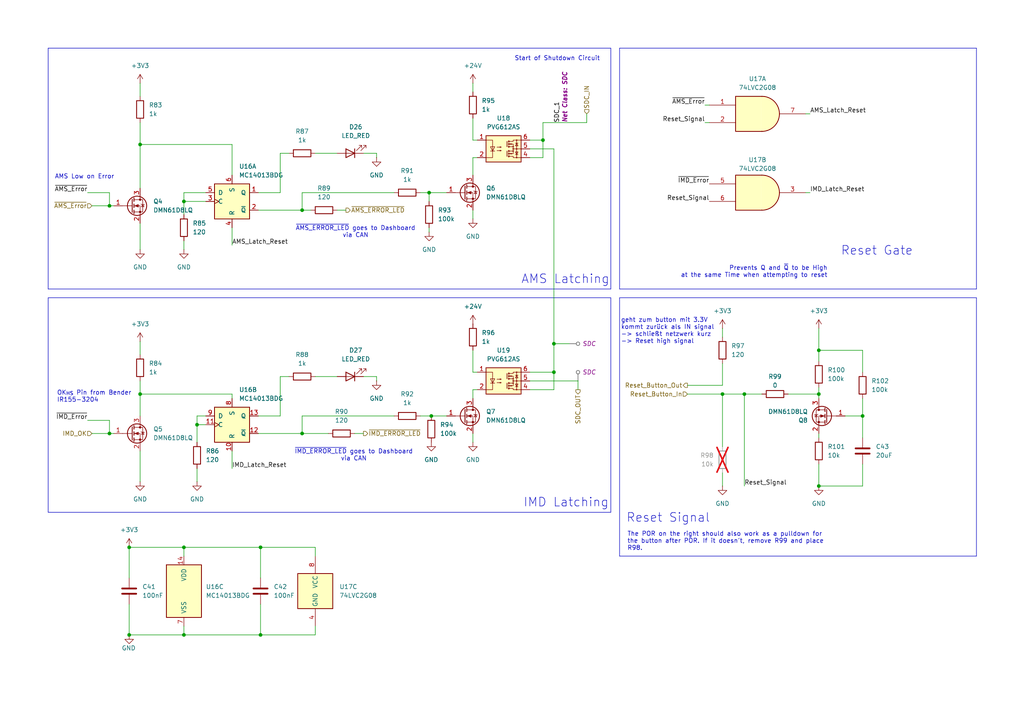
<source format=kicad_sch>
(kicad_sch
	(version 20231120)
	(generator "eeschema")
	(generator_version "8.0")
	(uuid "b214e2e2-9391-4853-8341-3bd7499a16cd")
	(paper "A4")
	(lib_symbols
		(symbol "4xxx:4013"
			(pin_names
				(offset 1.016)
			)
			(exclude_from_sim no)
			(in_bom yes)
			(on_board yes)
			(property "Reference" "U"
				(at -7.62 8.89 0)
				(effects
					(font
						(size 1.27 1.27)
					)
				)
			)
			(property "Value" "4013"
				(at -7.62 -8.89 0)
				(effects
					(font
						(size 1.27 1.27)
					)
				)
			)
			(property "Footprint" ""
				(at 0 0 0)
				(effects
					(font
						(size 1.27 1.27)
					)
					(hide yes)
				)
			)
			(property "Datasheet" "http://www.onsemi.com/pub/Collateral/MC14013B-D.PDF"
				(at 0 0 0)
				(effects
					(font
						(size 1.27 1.27)
					)
					(hide yes)
				)
			)
			(property "Description" "Dual D  FlipFlop, Set & reset"
				(at 0 0 0)
				(effects
					(font
						(size 1.27 1.27)
					)
					(hide yes)
				)
			)
			(property "ki_locked" ""
				(at 0 0 0)
				(effects
					(font
						(size 1.27 1.27)
					)
				)
			)
			(property "ki_keywords" "CMOS DFF"
				(at 0 0 0)
				(effects
					(font
						(size 1.27 1.27)
					)
					(hide yes)
				)
			)
			(property "ki_fp_filters" "DIP*W7.62mm* SOIC*3.9x9.9mm*P1.27mm* TSSOP*4.4x5mm*P0.65mm*"
				(at 0 0 0)
				(effects
					(font
						(size 1.27 1.27)
					)
					(hide yes)
				)
			)
			(symbol "4013_1_1"
				(rectangle
					(start -5.08 5.08)
					(end 5.08 -5.08)
					(stroke
						(width 0.254)
						(type default)
					)
					(fill
						(type background)
					)
				)
				(pin output line
					(at 7.62 2.54 180)
					(length 2.54)
					(name "Q"
						(effects
							(font
								(size 1.27 1.27)
							)
						)
					)
					(number "1"
						(effects
							(font
								(size 1.27 1.27)
							)
						)
					)
				)
				(pin output line
					(at 7.62 -2.54 180)
					(length 2.54)
					(name "~{Q}"
						(effects
							(font
								(size 1.27 1.27)
							)
						)
					)
					(number "2"
						(effects
							(font
								(size 1.27 1.27)
							)
						)
					)
				)
				(pin input clock
					(at -7.62 0 0)
					(length 2.54)
					(name "C"
						(effects
							(font
								(size 1.27 1.27)
							)
						)
					)
					(number "3"
						(effects
							(font
								(size 1.27 1.27)
							)
						)
					)
				)
				(pin input line
					(at 0 -7.62 90)
					(length 2.54)
					(name "R"
						(effects
							(font
								(size 1.27 1.27)
							)
						)
					)
					(number "4"
						(effects
							(font
								(size 1.27 1.27)
							)
						)
					)
				)
				(pin input line
					(at -7.62 2.54 0)
					(length 2.54)
					(name "D"
						(effects
							(font
								(size 1.27 1.27)
							)
						)
					)
					(number "5"
						(effects
							(font
								(size 1.27 1.27)
							)
						)
					)
				)
				(pin input line
					(at 0 7.62 270)
					(length 2.54)
					(name "S"
						(effects
							(font
								(size 1.27 1.27)
							)
						)
					)
					(number "6"
						(effects
							(font
								(size 1.27 1.27)
							)
						)
					)
				)
			)
			(symbol "4013_2_1"
				(rectangle
					(start -5.08 5.08)
					(end 5.08 -5.08)
					(stroke
						(width 0.254)
						(type default)
					)
					(fill
						(type background)
					)
				)
				(pin input line
					(at 0 -7.62 90)
					(length 2.54)
					(name "R"
						(effects
							(font
								(size 1.27 1.27)
							)
						)
					)
					(number "10"
						(effects
							(font
								(size 1.27 1.27)
							)
						)
					)
				)
				(pin input clock
					(at -7.62 0 0)
					(length 2.54)
					(name "C"
						(effects
							(font
								(size 1.27 1.27)
							)
						)
					)
					(number "11"
						(effects
							(font
								(size 1.27 1.27)
							)
						)
					)
				)
				(pin output line
					(at 7.62 -2.54 180)
					(length 2.54)
					(name "~{Q}"
						(effects
							(font
								(size 1.27 1.27)
							)
						)
					)
					(number "12"
						(effects
							(font
								(size 1.27 1.27)
							)
						)
					)
				)
				(pin output line
					(at 7.62 2.54 180)
					(length 2.54)
					(name "Q"
						(effects
							(font
								(size 1.27 1.27)
							)
						)
					)
					(number "13"
						(effects
							(font
								(size 1.27 1.27)
							)
						)
					)
				)
				(pin input line
					(at 0 7.62 270)
					(length 2.54)
					(name "S"
						(effects
							(font
								(size 1.27 1.27)
							)
						)
					)
					(number "8"
						(effects
							(font
								(size 1.27 1.27)
							)
						)
					)
				)
				(pin input line
					(at -7.62 2.54 0)
					(length 2.54)
					(name "D"
						(effects
							(font
								(size 1.27 1.27)
							)
						)
					)
					(number "9"
						(effects
							(font
								(size 1.27 1.27)
							)
						)
					)
				)
			)
			(symbol "4013_3_0"
				(pin power_in line
					(at 0 10.16 270)
					(length 2.54)
					(name "VDD"
						(effects
							(font
								(size 1.27 1.27)
							)
						)
					)
					(number "14"
						(effects
							(font
								(size 1.27 1.27)
							)
						)
					)
				)
				(pin power_in line
					(at 0 -10.16 90)
					(length 2.54)
					(name "VSS"
						(effects
							(font
								(size 1.27 1.27)
							)
						)
					)
					(number "7"
						(effects
							(font
								(size 1.27 1.27)
							)
						)
					)
				)
			)
			(symbol "4013_3_1"
				(rectangle
					(start -5.08 7.62)
					(end 5.08 -7.62)
					(stroke
						(width 0.254)
						(type default)
					)
					(fill
						(type background)
					)
				)
			)
		)
		(symbol "74xGxx:74LVC2G08"
			(exclude_from_sim no)
			(in_bom yes)
			(on_board yes)
			(property "Reference" "U"
				(at -10.16 7.62 0)
				(effects
					(font
						(size 1.27 1.27)
					)
				)
			)
			(property "Value" "74LVC2G08"
				(at -10.16 -7.62 0)
				(effects
					(font
						(size 1.27 1.27)
					)
				)
			)
			(property "Footprint" ""
				(at 0 0 0)
				(effects
					(font
						(size 1.27 1.27)
					)
					(hide yes)
				)
			)
			(property "Datasheet" "http://www.ti.com/lit/sg/scyt129e/scyt129e.pdf"
				(at 0 0 0)
				(effects
					(font
						(size 1.27 1.27)
					)
					(hide yes)
				)
			)
			(property "Description" "Dual AND Gate, Low-Voltage CMOS"
				(at 0 0 0)
				(effects
					(font
						(size 1.27 1.27)
					)
					(hide yes)
				)
			)
			(property "ki_keywords" "Dual Gate AND LVC CMOS"
				(at 0 0 0)
				(effects
					(font
						(size 1.27 1.27)
					)
					(hide yes)
				)
			)
			(property "ki_fp_filters" "SSOP* VSSOP*"
				(at 0 0 0)
				(effects
					(font
						(size 1.27 1.27)
					)
					(hide yes)
				)
			)
			(symbol "74LVC2G08_1_1"
				(arc
					(start 0 -5.08)
					(mid 5.0579 0)
					(end 0 5.08)
					(stroke
						(width 0.254)
						(type default)
					)
					(fill
						(type background)
					)
				)
				(polyline
					(pts
						(xy 0 -5.08) (xy -7.62 -5.08) (xy -7.62 5.08) (xy 0 5.08)
					)
					(stroke
						(width 0.254)
						(type default)
					)
					(fill
						(type background)
					)
				)
				(pin input line
					(at -15.24 2.54 0)
					(length 7.62)
					(name "~"
						(effects
							(font
								(size 1.27 1.27)
							)
						)
					)
					(number "1"
						(effects
							(font
								(size 1.27 1.27)
							)
						)
					)
				)
				(pin input line
					(at -15.24 -2.54 0)
					(length 7.62)
					(name "~"
						(effects
							(font
								(size 1.27 1.27)
							)
						)
					)
					(number "2"
						(effects
							(font
								(size 1.27 1.27)
							)
						)
					)
				)
				(pin output line
					(at 12.7 0 180)
					(length 7.62)
					(name "~"
						(effects
							(font
								(size 1.27 1.27)
							)
						)
					)
					(number "7"
						(effects
							(font
								(size 1.27 1.27)
							)
						)
					)
				)
			)
			(symbol "74LVC2G08_2_1"
				(arc
					(start 0 -5.08)
					(mid 5.0579 0)
					(end 0 5.08)
					(stroke
						(width 0.254)
						(type default)
					)
					(fill
						(type background)
					)
				)
				(polyline
					(pts
						(xy 0 -5.08) (xy -7.62 -5.08) (xy -7.62 5.08) (xy 0 5.08)
					)
					(stroke
						(width 0.254)
						(type default)
					)
					(fill
						(type background)
					)
				)
				(pin output line
					(at 12.7 0 180)
					(length 7.62)
					(name "~"
						(effects
							(font
								(size 1.27 1.27)
							)
						)
					)
					(number "3"
						(effects
							(font
								(size 1.27 1.27)
							)
						)
					)
				)
				(pin input line
					(at -15.24 2.54 0)
					(length 7.62)
					(name "~"
						(effects
							(font
								(size 1.27 1.27)
							)
						)
					)
					(number "5"
						(effects
							(font
								(size 1.27 1.27)
							)
						)
					)
				)
				(pin input line
					(at -15.24 -2.54 0)
					(length 7.62)
					(name "~"
						(effects
							(font
								(size 1.27 1.27)
							)
						)
					)
					(number "6"
						(effects
							(font
								(size 1.27 1.27)
							)
						)
					)
				)
			)
			(symbol "74LVC2G08_3_0"
				(rectangle
					(start -5.08 -5.08)
					(end 5.08 5.08)
					(stroke
						(width 0.254)
						(type default)
					)
					(fill
						(type background)
					)
				)
			)
			(symbol "74LVC2G08_3_1"
				(pin power_in line
					(at 0 -10.16 90)
					(length 5.08)
					(name "GND"
						(effects
							(font
								(size 1.27 1.27)
							)
						)
					)
					(number "4"
						(effects
							(font
								(size 1.27 1.27)
							)
						)
					)
				)
				(pin power_in line
					(at 0 10.16 270)
					(length 5.08)
					(name "VCC"
						(effects
							(font
								(size 1.27 1.27)
							)
						)
					)
					(number "8"
						(effects
							(font
								(size 1.27 1.27)
							)
						)
					)
				)
			)
		)
		(symbol "Device:C"
			(pin_numbers hide)
			(pin_names
				(offset 0.254)
			)
			(exclude_from_sim no)
			(in_bom yes)
			(on_board yes)
			(property "Reference" "C"
				(at 0.635 2.54 0)
				(effects
					(font
						(size 1.27 1.27)
					)
					(justify left)
				)
			)
			(property "Value" "C"
				(at 0.635 -2.54 0)
				(effects
					(font
						(size 1.27 1.27)
					)
					(justify left)
				)
			)
			(property "Footprint" ""
				(at 0.9652 -3.81 0)
				(effects
					(font
						(size 1.27 1.27)
					)
					(hide yes)
				)
			)
			(property "Datasheet" "~"
				(at 0 0 0)
				(effects
					(font
						(size 1.27 1.27)
					)
					(hide yes)
				)
			)
			(property "Description" "Unpolarized capacitor"
				(at 0 0 0)
				(effects
					(font
						(size 1.27 1.27)
					)
					(hide yes)
				)
			)
			(property "ki_keywords" "cap capacitor"
				(at 0 0 0)
				(effects
					(font
						(size 1.27 1.27)
					)
					(hide yes)
				)
			)
			(property "ki_fp_filters" "C_*"
				(at 0 0 0)
				(effects
					(font
						(size 1.27 1.27)
					)
					(hide yes)
				)
			)
			(symbol "C_0_1"
				(polyline
					(pts
						(xy -2.032 -0.762) (xy 2.032 -0.762)
					)
					(stroke
						(width 0.508)
						(type default)
					)
					(fill
						(type none)
					)
				)
				(polyline
					(pts
						(xy -2.032 0.762) (xy 2.032 0.762)
					)
					(stroke
						(width 0.508)
						(type default)
					)
					(fill
						(type none)
					)
				)
			)
			(symbol "C_1_1"
				(pin passive line
					(at 0 3.81 270)
					(length 2.794)
					(name "~"
						(effects
							(font
								(size 1.27 1.27)
							)
						)
					)
					(number "1"
						(effects
							(font
								(size 1.27 1.27)
							)
						)
					)
				)
				(pin passive line
					(at 0 -3.81 90)
					(length 2.794)
					(name "~"
						(effects
							(font
								(size 1.27 1.27)
							)
						)
					)
					(number "2"
						(effects
							(font
								(size 1.27 1.27)
							)
						)
					)
				)
			)
		)
		(symbol "Device:LED"
			(pin_numbers hide)
			(pin_names
				(offset 1.016) hide)
			(exclude_from_sim no)
			(in_bom yes)
			(on_board yes)
			(property "Reference" "D"
				(at 0 2.54 0)
				(effects
					(font
						(size 1.27 1.27)
					)
				)
			)
			(property "Value" "LED"
				(at 0 -2.54 0)
				(effects
					(font
						(size 1.27 1.27)
					)
				)
			)
			(property "Footprint" ""
				(at 0 0 0)
				(effects
					(font
						(size 1.27 1.27)
					)
					(hide yes)
				)
			)
			(property "Datasheet" "~"
				(at 0 0 0)
				(effects
					(font
						(size 1.27 1.27)
					)
					(hide yes)
				)
			)
			(property "Description" "Light emitting diode"
				(at 0 0 0)
				(effects
					(font
						(size 1.27 1.27)
					)
					(hide yes)
				)
			)
			(property "ki_keywords" "LED diode"
				(at 0 0 0)
				(effects
					(font
						(size 1.27 1.27)
					)
					(hide yes)
				)
			)
			(property "ki_fp_filters" "LED* LED_SMD:* LED_THT:*"
				(at 0 0 0)
				(effects
					(font
						(size 1.27 1.27)
					)
					(hide yes)
				)
			)
			(symbol "LED_0_1"
				(polyline
					(pts
						(xy -1.27 -1.27) (xy -1.27 1.27)
					)
					(stroke
						(width 0.254)
						(type default)
					)
					(fill
						(type none)
					)
				)
				(polyline
					(pts
						(xy -1.27 0) (xy 1.27 0)
					)
					(stroke
						(width 0)
						(type default)
					)
					(fill
						(type none)
					)
				)
				(polyline
					(pts
						(xy 1.27 -1.27) (xy 1.27 1.27) (xy -1.27 0) (xy 1.27 -1.27)
					)
					(stroke
						(width 0.254)
						(type default)
					)
					(fill
						(type none)
					)
				)
				(polyline
					(pts
						(xy -3.048 -0.762) (xy -4.572 -2.286) (xy -3.81 -2.286) (xy -4.572 -2.286) (xy -4.572 -1.524)
					)
					(stroke
						(width 0)
						(type default)
					)
					(fill
						(type none)
					)
				)
				(polyline
					(pts
						(xy -1.778 -0.762) (xy -3.302 -2.286) (xy -2.54 -2.286) (xy -3.302 -2.286) (xy -3.302 -1.524)
					)
					(stroke
						(width 0)
						(type default)
					)
					(fill
						(type none)
					)
				)
			)
			(symbol "LED_1_1"
				(pin passive line
					(at -3.81 0 0)
					(length 2.54)
					(name "K"
						(effects
							(font
								(size 1.27 1.27)
							)
						)
					)
					(number "1"
						(effects
							(font
								(size 1.27 1.27)
							)
						)
					)
				)
				(pin passive line
					(at 3.81 0 180)
					(length 2.54)
					(name "A"
						(effects
							(font
								(size 1.27 1.27)
							)
						)
					)
					(number "2"
						(effects
							(font
								(size 1.27 1.27)
							)
						)
					)
				)
			)
		)
		(symbol "Device:R"
			(pin_numbers hide)
			(pin_names
				(offset 0)
			)
			(exclude_from_sim no)
			(in_bom yes)
			(on_board yes)
			(property "Reference" "R"
				(at 2.032 0 90)
				(effects
					(font
						(size 1.27 1.27)
					)
				)
			)
			(property "Value" "R"
				(at 0 0 90)
				(effects
					(font
						(size 1.27 1.27)
					)
				)
			)
			(property "Footprint" ""
				(at -1.778 0 90)
				(effects
					(font
						(size 1.27 1.27)
					)
					(hide yes)
				)
			)
			(property "Datasheet" "~"
				(at 0 0 0)
				(effects
					(font
						(size 1.27 1.27)
					)
					(hide yes)
				)
			)
			(property "Description" "Resistor"
				(at 0 0 0)
				(effects
					(font
						(size 1.27 1.27)
					)
					(hide yes)
				)
			)
			(property "ki_keywords" "R res resistor"
				(at 0 0 0)
				(effects
					(font
						(size 1.27 1.27)
					)
					(hide yes)
				)
			)
			(property "ki_fp_filters" "R_*"
				(at 0 0 0)
				(effects
					(font
						(size 1.27 1.27)
					)
					(hide yes)
				)
			)
			(symbol "R_0_1"
				(rectangle
					(start -1.016 -2.54)
					(end 1.016 2.54)
					(stroke
						(width 0.254)
						(type default)
					)
					(fill
						(type none)
					)
				)
			)
			(symbol "R_1_1"
				(pin passive line
					(at 0 3.81 270)
					(length 1.27)
					(name "~"
						(effects
							(font
								(size 1.27 1.27)
							)
						)
					)
					(number "1"
						(effects
							(font
								(size 1.27 1.27)
							)
						)
					)
				)
				(pin passive line
					(at 0 -3.81 90)
					(length 1.27)
					(name "~"
						(effects
							(font
								(size 1.27 1.27)
							)
						)
					)
					(number "2"
						(effects
							(font
								(size 1.27 1.27)
							)
						)
					)
				)
			)
		)
		(symbol "FaSTTUBe_Power-Switches:PVG612AS"
			(exclude_from_sim no)
			(in_bom yes)
			(on_board yes)
			(property "Reference" "U"
				(at -3.81 5.08 0)
				(effects
					(font
						(size 1.27 1.27)
					)
				)
			)
			(property "Value" "PVG612AS"
				(at 0 -5.08 0)
				(effects
					(font
						(size 1.27 1.27)
					)
				)
			)
			(property "Footprint" "Package_DIP:SMDIP-6_W9.53mm"
				(at 0 -7.62 0)
				(effects
					(font
						(size 1.27 1.27)
					)
					(hide yes)
				)
			)
			(property "Datasheet" "https://www.infineon.com/dgdl/Infineon-PVG612A-DataSheet-v01_00-EN.pdf?fileId=5546d462533600a401535683ca14293a"
				(at 0 -10.16 0)
				(effects
					(font
						(size 1.27 1.27)
					)
					(hide yes)
				)
			)
			(property "Description" "Photo MOSFET optically coupled, 60VDC, 4A, 35mohm, Isolation 4000 VRMS, SMDIP-6"
				(at 0 0 0)
				(effects
					(font
						(size 1.27 1.27)
					)
					(hide yes)
				)
			)
			(property "ki_keywords" "photocouplers photorelay solidstate relay normally opened"
				(at 0 0 0)
				(effects
					(font
						(size 1.27 1.27)
					)
					(hide yes)
				)
			)
			(property "ki_fp_filters" "DIP*W7.62mm*"
				(at 0 0 0)
				(effects
					(font
						(size 1.27 1.27)
					)
					(hide yes)
				)
			)
			(symbol "PVG612AS_0_1"
				(rectangle
					(start -5.08 3.81)
					(end 5.08 -3.81)
					(stroke
						(width 0.254)
						(type default)
					)
					(fill
						(type background)
					)
				)
				(polyline
					(pts
						(xy -3.81 -0.635) (xy -2.54 -0.635)
					)
					(stroke
						(width 0)
						(type default)
					)
					(fill
						(type none)
					)
				)
				(polyline
					(pts
						(xy 1.016 -0.635) (xy 1.016 -2.159)
					)
					(stroke
						(width 0.2032)
						(type default)
					)
					(fill
						(type none)
					)
				)
				(polyline
					(pts
						(xy 1.016 2.159) (xy 1.016 0.635)
					)
					(stroke
						(width 0.2032)
						(type default)
					)
					(fill
						(type none)
					)
				)
				(polyline
					(pts
						(xy 1.524 -0.508) (xy 1.524 -0.762)
					)
					(stroke
						(width 0.3556)
						(type default)
					)
					(fill
						(type none)
					)
				)
				(polyline
					(pts
						(xy 2.794 0) (xy 5.08 0)
					)
					(stroke
						(width 0)
						(type default)
					)
					(fill
						(type none)
					)
				)
				(polyline
					(pts
						(xy 3.429 -1.651) (xy 4.191 -1.651)
					)
					(stroke
						(width 0)
						(type default)
					)
					(fill
						(type none)
					)
				)
				(polyline
					(pts
						(xy 3.429 1.651) (xy 4.191 1.651)
					)
					(stroke
						(width 0)
						(type default)
					)
					(fill
						(type none)
					)
				)
				(polyline
					(pts
						(xy 3.81 -2.54) (xy 3.81 2.54)
					)
					(stroke
						(width 0)
						(type default)
					)
					(fill
						(type none)
					)
				)
				(polyline
					(pts
						(xy 1.524 -2.032) (xy 1.524 -2.286) (xy 1.524 -2.286)
					)
					(stroke
						(width 0.3556)
						(type default)
					)
					(fill
						(type none)
					)
				)
				(polyline
					(pts
						(xy 1.524 -1.27) (xy 1.524 -1.524) (xy 1.524 -1.524)
					)
					(stroke
						(width 0.3556)
						(type default)
					)
					(fill
						(type none)
					)
				)
				(polyline
					(pts
						(xy 1.524 0.762) (xy 1.524 0.508) (xy 1.524 0.508)
					)
					(stroke
						(width 0.3556)
						(type default)
					)
					(fill
						(type none)
					)
				)
				(polyline
					(pts
						(xy 1.524 1.524) (xy 1.524 1.27) (xy 1.524 1.27)
					)
					(stroke
						(width 0.3556)
						(type default)
					)
					(fill
						(type none)
					)
				)
				(polyline
					(pts
						(xy 1.524 2.286) (xy 1.524 2.032) (xy 1.524 2.032)
					)
					(stroke
						(width 0.3556)
						(type default)
					)
					(fill
						(type none)
					)
				)
				(polyline
					(pts
						(xy 1.651 -1.397) (xy 2.794 -1.397) (xy 2.794 -0.635)
					)
					(stroke
						(width 0)
						(type default)
					)
					(fill
						(type none)
					)
				)
				(polyline
					(pts
						(xy 1.651 1.397) (xy 2.794 1.397) (xy 2.794 0.635)
					)
					(stroke
						(width 0)
						(type default)
					)
					(fill
						(type none)
					)
				)
				(polyline
					(pts
						(xy -5.08 2.54) (xy -3.175 2.54) (xy -3.175 -2.54) (xy -5.08 -2.54)
					)
					(stroke
						(width 0)
						(type default)
					)
					(fill
						(type none)
					)
				)
				(polyline
					(pts
						(xy -3.175 -0.635) (xy -3.81 0.635) (xy -2.54 0.635) (xy -3.175 -0.635)
					)
					(stroke
						(width 0)
						(type default)
					)
					(fill
						(type none)
					)
				)
				(polyline
					(pts
						(xy 1.651 -2.159) (xy 2.794 -2.159) (xy 2.794 -2.54) (xy 5.08 -2.54)
					)
					(stroke
						(width 0)
						(type default)
					)
					(fill
						(type none)
					)
				)
				(polyline
					(pts
						(xy 1.651 -0.635) (xy 2.794 -0.635) (xy 2.794 0.635) (xy 1.651 0.635)
					)
					(stroke
						(width 0)
						(type default)
					)
					(fill
						(type none)
					)
				)
				(polyline
					(pts
						(xy 1.651 2.159) (xy 2.794 2.159) (xy 2.794 2.54) (xy 5.08 2.54)
					)
					(stroke
						(width 0)
						(type default)
					)
					(fill
						(type none)
					)
				)
				(polyline
					(pts
						(xy 1.778 -1.397) (xy 2.286 -1.27) (xy 2.286 -1.524) (xy 1.778 -1.397)
					)
					(stroke
						(width 0)
						(type default)
					)
					(fill
						(type none)
					)
				)
				(polyline
					(pts
						(xy 1.778 1.397) (xy 2.286 1.524) (xy 2.286 1.27) (xy 1.778 1.397)
					)
					(stroke
						(width 0)
						(type default)
					)
					(fill
						(type none)
					)
				)
				(polyline
					(pts
						(xy 3.81 -1.651) (xy 3.429 -0.889) (xy 4.191 -0.889) (xy 3.81 -1.651)
					)
					(stroke
						(width 0)
						(type default)
					)
					(fill
						(type none)
					)
				)
				(polyline
					(pts
						(xy 3.81 1.651) (xy 3.429 0.889) (xy 4.191 0.889) (xy 3.81 1.651)
					)
					(stroke
						(width 0)
						(type default)
					)
					(fill
						(type none)
					)
				)
				(polyline
					(pts
						(xy -1.905 -0.508) (xy -0.635 -0.508) (xy -1.016 -0.635) (xy -1.016 -0.381) (xy -0.635 -0.508)
					)
					(stroke
						(width 0)
						(type default)
					)
					(fill
						(type none)
					)
				)
				(polyline
					(pts
						(xy -1.905 0.508) (xy -0.635 0.508) (xy -1.016 0.381) (xy -1.016 0.635) (xy -0.635 0.508)
					)
					(stroke
						(width 0)
						(type default)
					)
					(fill
						(type none)
					)
				)
				(circle
					(center 2.794 -0.635)
					(radius 0.127)
					(stroke
						(width 0)
						(type default)
					)
					(fill
						(type none)
					)
				)
				(circle
					(center 2.794 0)
					(radius 0.127)
					(stroke
						(width 0)
						(type default)
					)
					(fill
						(type none)
					)
				)
				(circle
					(center 2.794 0.635)
					(radius 0.127)
					(stroke
						(width 0)
						(type default)
					)
					(fill
						(type none)
					)
				)
				(circle
					(center 3.81 -2.54)
					(radius 0.127)
					(stroke
						(width 0)
						(type default)
					)
					(fill
						(type none)
					)
				)
				(circle
					(center 3.81 0)
					(radius 0.127)
					(stroke
						(width 0)
						(type default)
					)
					(fill
						(type none)
					)
				)
				(circle
					(center 3.81 2.54)
					(radius 0.127)
					(stroke
						(width 0)
						(type default)
					)
					(fill
						(type none)
					)
				)
			)
			(symbol "PVG612AS_1_1"
				(pin passive line
					(at -7.62 2.54 0)
					(length 2.54)
					(name "~"
						(effects
							(font
								(size 1.27 1.27)
							)
						)
					)
					(number "1"
						(effects
							(font
								(size 1.27 1.27)
							)
						)
					)
				)
				(pin passive line
					(at -7.62 -2.54 0)
					(length 2.54)
					(name "~"
						(effects
							(font
								(size 1.27 1.27)
							)
						)
					)
					(number "2"
						(effects
							(font
								(size 1.27 1.27)
							)
						)
					)
				)
				(pin no_connect line
					(at -5.08 0 0)
					(length 2.54) hide
					(name "~"
						(effects
							(font
								(size 1.27 1.27)
							)
						)
					)
					(number "3"
						(effects
							(font
								(size 1.27 1.27)
							)
						)
					)
				)
				(pin passive line
					(at 7.62 -2.54 180)
					(length 2.54)
					(name "~"
						(effects
							(font
								(size 1.27 1.27)
							)
						)
					)
					(number "4"
						(effects
							(font
								(size 1.27 1.27)
							)
						)
					)
				)
				(pin passive line
					(at 7.62 0 180)
					(length 2.54)
					(name "~"
						(effects
							(font
								(size 1.27 1.27)
							)
						)
					)
					(number "5"
						(effects
							(font
								(size 1.27 1.27)
							)
						)
					)
				)
				(pin passive line
					(at 7.62 2.54 180)
					(length 2.54)
					(name "~"
						(effects
							(font
								(size 1.27 1.27)
							)
						)
					)
					(number "6"
						(effects
							(font
								(size 1.27 1.27)
							)
						)
					)
				)
			)
		)
		(symbol "Transistor_FET:DMN61D8LQ"
			(pin_names hide)
			(exclude_from_sim no)
			(in_bom yes)
			(on_board yes)
			(property "Reference" "Q"
				(at 5.08 1.905 0)
				(effects
					(font
						(size 1.27 1.27)
					)
					(justify left)
				)
			)
			(property "Value" "DMN61D8LQ"
				(at 5.08 0 0)
				(effects
					(font
						(size 1.27 1.27)
					)
					(justify left)
				)
			)
			(property "Footprint" "Package_TO_SOT_SMD:SOT-23"
				(at 5.08 -1.905 0)
				(effects
					(font
						(size 1.27 1.27)
						(italic yes)
					)
					(justify left)
					(hide yes)
				)
			)
			(property "Datasheet" "https://www.diodes.com/assets/Datasheets/DMN61D8LQ.pdf"
				(at 5.08 -3.81 0)
				(effects
					(font
						(size 1.27 1.27)
					)
					(justify left)
					(hide yes)
				)
			)
			(property "Description" "60V Vds, 0.470A Id, N-Channel MOSFET for switching inductive loads , SOT-23"
				(at 0 0 0)
				(effects
					(font
						(size 1.27 1.27)
					)
					(hide yes)
				)
			)
			(property "ki_keywords" "N-Channel MOSFET relay logic-level"
				(at 0 0 0)
				(effects
					(font
						(size 1.27 1.27)
					)
					(hide yes)
				)
			)
			(property "ki_fp_filters" "SOT?23*"
				(at 0 0 0)
				(effects
					(font
						(size 1.27 1.27)
					)
					(hide yes)
				)
			)
			(symbol "DMN61D8LQ_0_1"
				(polyline
					(pts
						(xy 0.254 0) (xy -2.54 0)
					)
					(stroke
						(width 0)
						(type default)
					)
					(fill
						(type none)
					)
				)
				(polyline
					(pts
						(xy 0.254 1.905) (xy 0.254 -1.905)
					)
					(stroke
						(width 0.254)
						(type default)
					)
					(fill
						(type none)
					)
				)
				(polyline
					(pts
						(xy 0.762 -1.27) (xy 0.762 -2.286)
					)
					(stroke
						(width 0.254)
						(type default)
					)
					(fill
						(type none)
					)
				)
				(polyline
					(pts
						(xy 0.762 0.508) (xy 0.762 -0.508)
					)
					(stroke
						(width 0.254)
						(type default)
					)
					(fill
						(type none)
					)
				)
				(polyline
					(pts
						(xy 0.762 2.286) (xy 0.762 1.27)
					)
					(stroke
						(width 0.254)
						(type default)
					)
					(fill
						(type none)
					)
				)
				(polyline
					(pts
						(xy 2.54 2.54) (xy 2.54 1.778)
					)
					(stroke
						(width 0)
						(type default)
					)
					(fill
						(type none)
					)
				)
				(polyline
					(pts
						(xy 2.54 -2.54) (xy 2.54 0) (xy 0.762 0)
					)
					(stroke
						(width 0)
						(type default)
					)
					(fill
						(type none)
					)
				)
				(polyline
					(pts
						(xy 0.762 -1.778) (xy 3.302 -1.778) (xy 3.302 1.778) (xy 0.762 1.778)
					)
					(stroke
						(width 0)
						(type default)
					)
					(fill
						(type none)
					)
				)
				(polyline
					(pts
						(xy 1.016 0) (xy 2.032 0.381) (xy 2.032 -0.381) (xy 1.016 0)
					)
					(stroke
						(width 0)
						(type default)
					)
					(fill
						(type outline)
					)
				)
				(polyline
					(pts
						(xy 2.794 0.508) (xy 2.921 0.381) (xy 3.683 0.381) (xy 3.81 0.254)
					)
					(stroke
						(width 0)
						(type default)
					)
					(fill
						(type none)
					)
				)
				(polyline
					(pts
						(xy 3.302 0.381) (xy 2.921 -0.254) (xy 3.683 -0.254) (xy 3.302 0.381)
					)
					(stroke
						(width 0)
						(type default)
					)
					(fill
						(type none)
					)
				)
				(circle
					(center 1.651 0)
					(radius 2.794)
					(stroke
						(width 0.254)
						(type default)
					)
					(fill
						(type none)
					)
				)
				(circle
					(center 2.54 -1.778)
					(radius 0.254)
					(stroke
						(width 0)
						(type default)
					)
					(fill
						(type outline)
					)
				)
				(circle
					(center 2.54 1.778)
					(radius 0.254)
					(stroke
						(width 0)
						(type default)
					)
					(fill
						(type outline)
					)
				)
			)
			(symbol "DMN61D8LQ_1_1"
				(pin input line
					(at -5.08 0 0)
					(length 2.54)
					(name "G"
						(effects
							(font
								(size 1.27 1.27)
							)
						)
					)
					(number "1"
						(effects
							(font
								(size 1.27 1.27)
							)
						)
					)
				)
				(pin passive line
					(at 2.54 -5.08 90)
					(length 2.54)
					(name "S"
						(effects
							(font
								(size 1.27 1.27)
							)
						)
					)
					(number "2"
						(effects
							(font
								(size 1.27 1.27)
							)
						)
					)
				)
				(pin passive line
					(at 2.54 5.08 270)
					(length 2.54)
					(name "D"
						(effects
							(font
								(size 1.27 1.27)
							)
						)
					)
					(number "3"
						(effects
							(font
								(size 1.27 1.27)
							)
						)
					)
				)
			)
		)
		(symbol "power:+24V"
			(power)
			(pin_numbers hide)
			(pin_names
				(offset 0) hide)
			(exclude_from_sim no)
			(in_bom yes)
			(on_board yes)
			(property "Reference" "#PWR"
				(at 0 -3.81 0)
				(effects
					(font
						(size 1.27 1.27)
					)
					(hide yes)
				)
			)
			(property "Value" "+24V"
				(at 0 3.556 0)
				(effects
					(font
						(size 1.27 1.27)
					)
				)
			)
			(property "Footprint" ""
				(at 0 0 0)
				(effects
					(font
						(size 1.27 1.27)
					)
					(hide yes)
				)
			)
			(property "Datasheet" ""
				(at 0 0 0)
				(effects
					(font
						(size 1.27 1.27)
					)
					(hide yes)
				)
			)
			(property "Description" "Power symbol creates a global label with name \"+24V\""
				(at 0 0 0)
				(effects
					(font
						(size 1.27 1.27)
					)
					(hide yes)
				)
			)
			(property "ki_keywords" "global power"
				(at 0 0 0)
				(effects
					(font
						(size 1.27 1.27)
					)
					(hide yes)
				)
			)
			(symbol "+24V_0_1"
				(polyline
					(pts
						(xy -0.762 1.27) (xy 0 2.54)
					)
					(stroke
						(width 0)
						(type default)
					)
					(fill
						(type none)
					)
				)
				(polyline
					(pts
						(xy 0 0) (xy 0 2.54)
					)
					(stroke
						(width 0)
						(type default)
					)
					(fill
						(type none)
					)
				)
				(polyline
					(pts
						(xy 0 2.54) (xy 0.762 1.27)
					)
					(stroke
						(width 0)
						(type default)
					)
					(fill
						(type none)
					)
				)
			)
			(symbol "+24V_1_1"
				(pin power_in line
					(at 0 0 90)
					(length 0)
					(name "~"
						(effects
							(font
								(size 1.27 1.27)
							)
						)
					)
					(number "1"
						(effects
							(font
								(size 1.27 1.27)
							)
						)
					)
				)
			)
		)
		(symbol "power:+3V3"
			(power)
			(pin_numbers hide)
			(pin_names
				(offset 0) hide)
			(exclude_from_sim no)
			(in_bom yes)
			(on_board yes)
			(property "Reference" "#PWR"
				(at 0 -3.81 0)
				(effects
					(font
						(size 1.27 1.27)
					)
					(hide yes)
				)
			)
			(property "Value" "+3V3"
				(at 0 3.556 0)
				(effects
					(font
						(size 1.27 1.27)
					)
				)
			)
			(property "Footprint" ""
				(at 0 0 0)
				(effects
					(font
						(size 1.27 1.27)
					)
					(hide yes)
				)
			)
			(property "Datasheet" ""
				(at 0 0 0)
				(effects
					(font
						(size 1.27 1.27)
					)
					(hide yes)
				)
			)
			(property "Description" "Power symbol creates a global label with name \"+3V3\""
				(at 0 0 0)
				(effects
					(font
						(size 1.27 1.27)
					)
					(hide yes)
				)
			)
			(property "ki_keywords" "global power"
				(at 0 0 0)
				(effects
					(font
						(size 1.27 1.27)
					)
					(hide yes)
				)
			)
			(symbol "+3V3_0_1"
				(polyline
					(pts
						(xy -0.762 1.27) (xy 0 2.54)
					)
					(stroke
						(width 0)
						(type default)
					)
					(fill
						(type none)
					)
				)
				(polyline
					(pts
						(xy 0 0) (xy 0 2.54)
					)
					(stroke
						(width 0)
						(type default)
					)
					(fill
						(type none)
					)
				)
				(polyline
					(pts
						(xy 0 2.54) (xy 0.762 1.27)
					)
					(stroke
						(width 0)
						(type default)
					)
					(fill
						(type none)
					)
				)
			)
			(symbol "+3V3_1_1"
				(pin power_in line
					(at 0 0 90)
					(length 0)
					(name "~"
						(effects
							(font
								(size 1.27 1.27)
							)
						)
					)
					(number "1"
						(effects
							(font
								(size 1.27 1.27)
							)
						)
					)
				)
			)
		)
		(symbol "power:GND"
			(power)
			(pin_numbers hide)
			(pin_names
				(offset 0) hide)
			(exclude_from_sim no)
			(in_bom yes)
			(on_board yes)
			(property "Reference" "#PWR"
				(at 0 -6.35 0)
				(effects
					(font
						(size 1.27 1.27)
					)
					(hide yes)
				)
			)
			(property "Value" "GND"
				(at 0 -3.81 0)
				(effects
					(font
						(size 1.27 1.27)
					)
				)
			)
			(property "Footprint" ""
				(at 0 0 0)
				(effects
					(font
						(size 1.27 1.27)
					)
					(hide yes)
				)
			)
			(property "Datasheet" ""
				(at 0 0 0)
				(effects
					(font
						(size 1.27 1.27)
					)
					(hide yes)
				)
			)
			(property "Description" "Power symbol creates a global label with name \"GND\" , ground"
				(at 0 0 0)
				(effects
					(font
						(size 1.27 1.27)
					)
					(hide yes)
				)
			)
			(property "ki_keywords" "global power"
				(at 0 0 0)
				(effects
					(font
						(size 1.27 1.27)
					)
					(hide yes)
				)
			)
			(symbol "GND_0_1"
				(polyline
					(pts
						(xy 0 0) (xy 0 -1.27) (xy 1.27 -1.27) (xy 0 -2.54) (xy -1.27 -1.27) (xy 0 -1.27)
					)
					(stroke
						(width 0)
						(type default)
					)
					(fill
						(type none)
					)
				)
			)
			(symbol "GND_1_1"
				(pin power_in line
					(at 0 0 270)
					(length 0)
					(name "~"
						(effects
							(font
								(size 1.27 1.27)
							)
						)
					)
					(number "1"
						(effects
							(font
								(size 1.27 1.27)
							)
						)
					)
				)
			)
		)
	)
	(junction
		(at 215.9 114.3)
		(diameter 0)
		(color 0 0 0 0)
		(uuid "05128300-362b-4836-bbd8-f92be31140af")
	)
	(junction
		(at 57.15 123.19)
		(diameter 0)
		(color 0 0 0 0)
		(uuid "07f3fb8c-e9f5-451b-93d8-1a2641fc6cd2")
	)
	(junction
		(at 40.64 114.3)
		(diameter 0)
		(color 0 0 0 0)
		(uuid "1e000d62-f392-4175-9249-3beea7c90df0")
	)
	(junction
		(at 75.565 184.15)
		(diameter 0)
		(color 0 0 0 0)
		(uuid "2a28896e-4ca8-4221-9edd-306a8c848c4d")
	)
	(junction
		(at 157.48 40.64)
		(diameter 0)
		(color 0 0 0 0)
		(uuid "313c50a2-be71-44c1-a499-928ac8a8dca6")
	)
	(junction
		(at 237.49 140.97)
		(diameter 0)
		(color 0 0 0 0)
		(uuid "33840d2f-c0dc-407c-b760-61b2617d87e8")
	)
	(junction
		(at 53.34 184.15)
		(diameter 0)
		(color 0 0 0 0)
		(uuid "37e4c318-b04e-4abb-be69-d006f5667237")
	)
	(junction
		(at 160.655 107.95)
		(diameter 0)
		(color 0 0 0 0)
		(uuid "43bfeba6-62ff-43ae-b06a-a74eff43c43d")
	)
	(junction
		(at 31.75 59.69)
		(diameter 0)
		(color 0 0 0 0)
		(uuid "52d8530d-87d0-4a8c-8907-062d95072397")
	)
	(junction
		(at 237.49 114.3)
		(diameter 0)
		(color 0 0 0 0)
		(uuid "53a9b6d6-1b55-4235-9539-8c20e6bb07fc")
	)
	(junction
		(at 53.34 58.42)
		(diameter 0)
		(color 0 0 0 0)
		(uuid "54cd8220-f9d3-428d-846e-c05e8fc3359c")
	)
	(junction
		(at 31.75 125.73)
		(diameter 0)
		(color 0 0 0 0)
		(uuid "57cd1eef-abac-4dc1-bdee-0069eb236618")
	)
	(junction
		(at 125.095 120.65)
		(diameter 0)
		(color 0 0 0 0)
		(uuid "5f31c02e-a476-4e7e-be4c-a04165d16a11")
	)
	(junction
		(at 37.465 184.15)
		(diameter 0)
		(color 0 0 0 0)
		(uuid "6aa95e5b-325d-4e71-9c1f-f670a161b6ff")
	)
	(junction
		(at 160.655 99.695)
		(diameter 0)
		(color 0 0 0 0)
		(uuid "6ad600e7-f947-4ac4-8251-d9b351e6afee")
	)
	(junction
		(at 87.63 125.73)
		(diameter 0)
		(color 0 0 0 0)
		(uuid "814a1337-5ca5-4d96-8fff-83e21df17a14")
	)
	(junction
		(at 209.55 114.3)
		(diameter 0)
		(color 0 0 0 0)
		(uuid "84af6c2e-6c84-404c-b8ad-a32d72784532")
	)
	(junction
		(at 40.64 41.91)
		(diameter 0)
		(color 0 0 0 0)
		(uuid "9ad5f7ee-9d0a-4363-803a-3261033b812f")
	)
	(junction
		(at 37.465 158.75)
		(diameter 0)
		(color 0 0 0 0)
		(uuid "9d3eaf52-baa7-4e17-9771-8cdff01038d1")
	)
	(junction
		(at 75.565 158.75)
		(diameter 0)
		(color 0 0 0 0)
		(uuid "b1308c62-e694-4351-b3fa-aa961385693e")
	)
	(junction
		(at 124.46 55.88)
		(diameter 0)
		(color 0 0 0 0)
		(uuid "bdea97d0-ffe7-44ba-94ee-19b532330f1f")
	)
	(junction
		(at 250.19 120.65)
		(diameter 0)
		(color 0 0 0 0)
		(uuid "c78e4426-189c-4a94-8bf7-b2af10c411b6")
	)
	(junction
		(at 53.34 158.75)
		(diameter 0)
		(color 0 0 0 0)
		(uuid "c942ba24-d92d-4b8b-a8a8-9213d6cba2d2")
	)
	(junction
		(at 87.63 60.96)
		(diameter 0)
		(color 0 0 0 0)
		(uuid "d9c9d5c9-32bd-4c9b-b864-5a060cc218b9")
	)
	(junction
		(at 237.49 101.6)
		(diameter 0)
		(color 0 0 0 0)
		(uuid "fcb23242-7edf-4f78-a7c2-7ec715767140")
	)
	(wire
		(pts
			(xy 25.4 55.88) (xy 31.75 55.88)
		)
		(stroke
			(width 0)
			(type default)
		)
		(uuid "03561da7-3fd1-473c-8cff-fddfcff8a7cc")
	)
	(wire
		(pts
			(xy 250.19 120.65) (xy 245.11 120.65)
		)
		(stroke
			(width 0)
			(type default)
		)
		(uuid "04426181-88f4-4236-b615-1d55fefe6619")
	)
	(wire
		(pts
			(xy 125.095 120.65) (xy 129.54 120.65)
		)
		(stroke
			(width 0)
			(type default)
		)
		(uuid "04eaace5-c1b4-48f0-9ab2-7f277521c146")
	)
	(wire
		(pts
			(xy 40.64 24.13) (xy 40.64 27.94)
		)
		(stroke
			(width 0)
			(type default)
		)
		(uuid "06d26c3a-1990-4de0-b125-c244541850d6")
	)
	(wire
		(pts
			(xy 170.18 33.02) (xy 170.18 35.56)
		)
		(stroke
			(width 0)
			(type default)
		)
		(uuid "06fc2650-dc7f-472b-bfd3-96ac572b7db8")
	)
	(wire
		(pts
			(xy 75.565 184.15) (xy 91.44 184.15)
		)
		(stroke
			(width 0)
			(type default)
		)
		(uuid "0b7443ed-2299-4d9e-bbb6-74eef6b5c744")
	)
	(wire
		(pts
			(xy 157.48 40.64) (xy 157.48 45.72)
		)
		(stroke
			(width 0)
			(type default)
		)
		(uuid "0f4e46ed-03f2-418e-91e1-4bfbb51fed90")
	)
	(polyline
		(pts
			(xy 283.21 161.29) (xy 283.21 86.36)
		)
		(stroke
			(width 0)
			(type default)
		)
		(uuid "1019316a-58ca-43d6-87b1-464a38315a35")
	)
	(polyline
		(pts
			(xy 179.705 161.29) (xy 283.21 161.29)
		)
		(stroke
			(width 0)
			(type default)
		)
		(uuid "14961bb8-fd10-4309-b1b1-40748c606376")
	)
	(wire
		(pts
			(xy 105.41 44.45) (xy 109.22 44.45)
		)
		(stroke
			(width 0)
			(type default)
		)
		(uuid "14ebd5c6-2eb2-47a4-8ba2-73c2ca208804")
	)
	(polyline
		(pts
			(xy 177.165 86.36) (xy 177.165 148.59)
		)
		(stroke
			(width 0)
			(type default)
		)
		(uuid "17606c16-9f89-4a71-9ba0-c590d61059e8")
	)
	(polyline
		(pts
			(xy 13.97 83.82) (xy 13.97 13.97)
		)
		(stroke
			(width 0)
			(type default)
		)
		(uuid "179dab44-6862-4b5e-8041-963ce35d1d4c")
	)
	(wire
		(pts
			(xy 250.19 120.65) (xy 250.19 127)
		)
		(stroke
			(width 0)
			(type default)
		)
		(uuid "1c257a35-0276-4228-9a0a-0c625721c51c")
	)
	(wire
		(pts
			(xy 137.16 115.57) (xy 137.16 113.03)
		)
		(stroke
			(width 0)
			(type default)
		)
		(uuid "1c7113d1-8a6b-4fa4-a076-69c4f4591d10")
	)
	(wire
		(pts
			(xy 204.47 30.48) (xy 205.74 30.48)
		)
		(stroke
			(width 0)
			(type default)
		)
		(uuid "1e66aca1-d07d-43e3-acd9-b4cecd1a5c5f")
	)
	(wire
		(pts
			(xy 75.565 158.75) (xy 91.44 158.75)
		)
		(stroke
			(width 0)
			(type default)
		)
		(uuid "1f4bfc7e-f8f8-4773-8c02-c56e0a56615c")
	)
	(wire
		(pts
			(xy 160.655 99.695) (xy 165.1 99.695)
		)
		(stroke
			(width 0)
			(type default)
		)
		(uuid "1f7bdf35-63ad-4fc8-9137-742fd2449274")
	)
	(wire
		(pts
			(xy 237.49 112.395) (xy 237.49 114.3)
		)
		(stroke
			(width 0)
			(type default)
		)
		(uuid "20a8d1c7-61df-4412-b459-b9bc92e97346")
	)
	(wire
		(pts
			(xy 233.68 33.02) (xy 234.95 33.02)
		)
		(stroke
			(width 0)
			(type default)
		)
		(uuid "239ec637-ef1a-480b-ac75-d60f5f3e4eff")
	)
	(wire
		(pts
			(xy 114.3 55.88) (xy 87.63 55.88)
		)
		(stroke
			(width 0)
			(type default)
		)
		(uuid "24facaa7-99dd-49f4-8aa8-a4028a2755a5")
	)
	(wire
		(pts
			(xy 160.655 107.95) (xy 160.655 113.03)
		)
		(stroke
			(width 0)
			(type default)
		)
		(uuid "25a57a9c-84f3-4f65-820f-8150b3c71caf")
	)
	(wire
		(pts
			(xy 87.63 120.65) (xy 87.63 125.73)
		)
		(stroke
			(width 0)
			(type default)
		)
		(uuid "2713ae0a-ba7b-4a4c-8c5a-cdd9db9b03a0")
	)
	(wire
		(pts
			(xy 40.64 64.77) (xy 40.64 72.39)
		)
		(stroke
			(width 0)
			(type default)
		)
		(uuid "2a776f3c-e075-4a86-bb6d-89adbf29e15c")
	)
	(wire
		(pts
			(xy 67.31 41.91) (xy 67.31 50.8)
		)
		(stroke
			(width 0)
			(type default)
		)
		(uuid "2cbf13c7-cc26-435e-91f2-4e33cf040723")
	)
	(polyline
		(pts
			(xy 179.705 83.82) (xy 283.21 83.82)
		)
		(stroke
			(width 0)
			(type default)
		)
		(uuid "2e482c10-debd-44af-90a0-878091aadb5c")
	)
	(wire
		(pts
			(xy 40.64 110.49) (xy 40.64 114.3)
		)
		(stroke
			(width 0)
			(type default)
		)
		(uuid "31db7687-27e7-4cab-9abc-0710aee5bfa3")
	)
	(wire
		(pts
			(xy 40.64 99.06) (xy 40.64 102.87)
		)
		(stroke
			(width 0)
			(type default)
		)
		(uuid "36534339-eef1-419f-ac42-264da3e04843")
	)
	(wire
		(pts
			(xy 215.9 114.3) (xy 220.98 114.3)
		)
		(stroke
			(width 0)
			(type default)
		)
		(uuid "39270ccc-cd52-427c-93c2-5daa33e4dceb")
	)
	(wire
		(pts
			(xy 138.43 107.95) (xy 137.16 107.95)
		)
		(stroke
			(width 0)
			(type default)
		)
		(uuid "3b5bee3e-dfce-4436-9515-ef3e6b700546")
	)
	(wire
		(pts
			(xy 57.15 135.89) (xy 57.15 139.7)
		)
		(stroke
			(width 0)
			(type default)
		)
		(uuid "3c00def5-2b5b-4cd2-b925-29df981d417f")
	)
	(wire
		(pts
			(xy 109.22 109.22) (xy 109.22 110.49)
		)
		(stroke
			(width 0)
			(type default)
		)
		(uuid "3c2929bb-c559-48e0-95d2-b8c69024a1ca")
	)
	(wire
		(pts
			(xy 199.39 111.76) (xy 209.55 111.76)
		)
		(stroke
			(width 0)
			(type default)
		)
		(uuid "40af85dc-6c68-4bb7-b99e-00d5bc8fa94d")
	)
	(wire
		(pts
			(xy 37.465 158.75) (xy 37.465 167.64)
		)
		(stroke
			(width 0)
			(type default)
		)
		(uuid "42c001dc-c5b0-4312-9c0a-0fb8cb3dc7e9")
	)
	(wire
		(pts
			(xy 250.19 101.6) (xy 250.19 107.95)
		)
		(stroke
			(width 0)
			(type default)
		)
		(uuid "441cff91-de77-48d3-8858-71bf6fd578f8")
	)
	(wire
		(pts
			(xy 53.34 62.23) (xy 53.34 58.42)
		)
		(stroke
			(width 0)
			(type default)
		)
		(uuid "449125f9-c566-4123-9401-eaaa15da856e")
	)
	(wire
		(pts
			(xy 91.44 181.61) (xy 91.44 184.15)
		)
		(stroke
			(width 0)
			(type default)
		)
		(uuid "451fe83d-b06b-4e95-8015-1b6deb21322b")
	)
	(wire
		(pts
			(xy 75.565 175.26) (xy 75.565 184.15)
		)
		(stroke
			(width 0)
			(type default)
		)
		(uuid "49cc813e-17d5-4de3-8fee-2145a810fb6c")
	)
	(wire
		(pts
			(xy 237.49 127) (xy 237.49 125.73)
		)
		(stroke
			(width 0)
			(type default)
		)
		(uuid "500869c1-5d1c-4a83-92f7-e425576469ac")
	)
	(wire
		(pts
			(xy 237.49 140.97) (xy 250.19 140.97)
		)
		(stroke
			(width 0)
			(type default)
		)
		(uuid "508e84e7-6201-495d-9e9a-15ea09a46012")
	)
	(wire
		(pts
			(xy 74.93 55.88) (xy 81.28 55.88)
		)
		(stroke
			(width 0)
			(type default)
		)
		(uuid "5155440e-2b32-450e-8781-07da4226424d")
	)
	(wire
		(pts
			(xy 91.44 158.75) (xy 91.44 161.29)
		)
		(stroke
			(width 0)
			(type default)
		)
		(uuid "51da777c-ce9d-4263-bdc7-a3088f00968a")
	)
	(wire
		(pts
			(xy 40.64 35.56) (xy 40.64 41.91)
		)
		(stroke
			(width 0)
			(type default)
		)
		(uuid "528745a9-de1e-42ec-8464-4766141ab7aa")
	)
	(polyline
		(pts
			(xy 13.97 13.97) (xy 177.165 13.97)
		)
		(stroke
			(width 0)
			(type default)
		)
		(uuid "54466726-5fe1-4a47-94af-d610c494d84f")
	)
	(wire
		(pts
			(xy 53.34 58.42) (xy 59.69 58.42)
		)
		(stroke
			(width 0)
			(type default)
		)
		(uuid "569d24c7-0a34-4f71-b1c2-5e185fe6216e")
	)
	(wire
		(pts
			(xy 91.44 109.22) (xy 97.79 109.22)
		)
		(stroke
			(width 0)
			(type default)
		)
		(uuid "577303cb-8dce-4b4a-b252-254841b04691")
	)
	(wire
		(pts
			(xy 157.48 45.72) (xy 153.67 45.72)
		)
		(stroke
			(width 0)
			(type default)
		)
		(uuid "5bcd29f0-d59a-4a34-9de4-266da042d154")
	)
	(wire
		(pts
			(xy 137.16 45.72) (xy 138.43 45.72)
		)
		(stroke
			(width 0)
			(type default)
		)
		(uuid "600d0f2b-0b27-4854-b3a5-d490817a44db")
	)
	(wire
		(pts
			(xy 114.3 120.65) (xy 87.63 120.65)
		)
		(stroke
			(width 0)
			(type default)
		)
		(uuid "61bd5280-d54c-4039-8ac8-71f102032a2c")
	)
	(wire
		(pts
			(xy 74.93 125.73) (xy 87.63 125.73)
		)
		(stroke
			(width 0)
			(type default)
		)
		(uuid "62481aba-1549-441f-b7c5-a9db94065bb5")
	)
	(polyline
		(pts
			(xy 13.97 148.59) (xy 13.97 86.36)
		)
		(stroke
			(width 0)
			(type default)
		)
		(uuid "62f26f13-ec83-4bf4-9b75-97239caeb5f6")
	)
	(wire
		(pts
			(xy 105.41 109.22) (xy 109.22 109.22)
		)
		(stroke
			(width 0)
			(type default)
		)
		(uuid "63beb275-7a6c-4963-9205-b5590999439d")
	)
	(wire
		(pts
			(xy 215.9 114.3) (xy 215.9 140.97)
		)
		(stroke
			(width 0)
			(type default)
		)
		(uuid "66a663bf-1f25-4130-a67b-ed82ed16a051")
	)
	(wire
		(pts
			(xy 204.47 35.56) (xy 205.74 35.56)
		)
		(stroke
			(width 0)
			(type default)
		)
		(uuid "67c1504a-30d2-403e-99a9-94e1434e4ecb")
	)
	(wire
		(pts
			(xy 97.79 60.96) (xy 100.33 60.96)
		)
		(stroke
			(width 0)
			(type default)
		)
		(uuid "68c3ac0e-cd9b-43d4-b90f-c2ff8d27b649")
	)
	(wire
		(pts
			(xy 137.16 60.96) (xy 137.16 63.5)
		)
		(stroke
			(width 0)
			(type default)
		)
		(uuid "6b283ca5-70ce-403c-bf63-42dfdee52c47")
	)
	(wire
		(pts
			(xy 109.22 44.45) (xy 109.22 45.72)
		)
		(stroke
			(width 0)
			(type default)
		)
		(uuid "6c2dc2dd-957d-4baa-86f7-e5f97e6a4009")
	)
	(wire
		(pts
			(xy 37.465 158.75) (xy 53.34 158.75)
		)
		(stroke
			(width 0)
			(type default)
		)
		(uuid "6c888be1-d476-4598-89cc-32f47230d3dd")
	)
	(wire
		(pts
			(xy 31.75 55.88) (xy 31.75 59.69)
		)
		(stroke
			(width 0)
			(type default)
		)
		(uuid "6ce393a8-6d7a-4bfc-b5fb-80c5f0d62f61")
	)
	(wire
		(pts
			(xy 53.34 184.15) (xy 75.565 184.15)
		)
		(stroke
			(width 0)
			(type default)
		)
		(uuid "6dc7ab18-8f76-4ccf-8e21-6a8191c6b944")
	)
	(wire
		(pts
			(xy 167.64 113.03) (xy 167.64 110.49)
		)
		(stroke
			(width 0)
			(type default)
		)
		(uuid "6e01a450-69b8-43f3-a308-c18cee830f89")
	)
	(wire
		(pts
			(xy 87.63 60.96) (xy 90.17 60.96)
		)
		(stroke
			(width 0)
			(type default)
		)
		(uuid "6e390548-e1b9-4252-919f-8fc4e9842174")
	)
	(polyline
		(pts
			(xy 179.705 86.36) (xy 283.21 86.36)
		)
		(stroke
			(width 0)
			(type default)
		)
		(uuid "6e48dfe1-9f2c-49b2-8d97-51139e4e0cd0")
	)
	(wire
		(pts
			(xy 233.68 55.88) (xy 234.95 55.88)
		)
		(stroke
			(width 0)
			(type default)
		)
		(uuid "79c9e145-b1a5-48d0-8f08-18b2037eb5e5")
	)
	(wire
		(pts
			(xy 137.16 40.64) (xy 137.16 34.29)
		)
		(stroke
			(width 0)
			(type default)
		)
		(uuid "7c9ab5bf-ef13-4d53-8fe0-9d851ca1fc00")
	)
	(polyline
		(pts
			(xy 177.165 83.82) (xy 13.97 83.82)
		)
		(stroke
			(width 0)
			(type default)
		)
		(uuid "7ca14233-3ec5-4ce3-9837-23b9770ce244")
	)
	(wire
		(pts
			(xy 199.39 114.3) (xy 209.55 114.3)
		)
		(stroke
			(width 0)
			(type default)
		)
		(uuid "7fdcac62-77b5-4804-866d-3de4bf0dd06e")
	)
	(wire
		(pts
			(xy 74.93 60.96) (xy 87.63 60.96)
		)
		(stroke
			(width 0)
			(type default)
		)
		(uuid "81348d0c-42d3-4beb-9f6c-59c1cbad5513")
	)
	(wire
		(pts
			(xy 137.16 125.73) (xy 137.16 128.27)
		)
		(stroke
			(width 0)
			(type default)
		)
		(uuid "816bf44e-3b57-46b6-a102-6f1c3a7943c5")
	)
	(wire
		(pts
			(xy 160.655 99.695) (xy 160.655 107.95)
		)
		(stroke
			(width 0)
			(type default)
		)
		(uuid "81d19e09-f35c-4317-8719-01a85e4265e9")
	)
	(wire
		(pts
			(xy 81.28 44.45) (xy 83.82 44.45)
		)
		(stroke
			(width 0)
			(type default)
		)
		(uuid "82976af4-e7b8-4274-b52c-638168e6c315")
	)
	(wire
		(pts
			(xy 53.34 69.85) (xy 53.34 72.39)
		)
		(stroke
			(width 0)
			(type default)
		)
		(uuid "82a99433-7c7b-4cd9-96d4-d65eb04b6fc5")
	)
	(wire
		(pts
			(xy 87.63 125.73) (xy 95.25 125.73)
		)
		(stroke
			(width 0)
			(type default)
		)
		(uuid "83b10c2d-b990-4cd2-8323-407deb6d7c41")
	)
	(wire
		(pts
			(xy 121.92 120.65) (xy 125.095 120.65)
		)
		(stroke
			(width 0)
			(type default)
		)
		(uuid "83bd5a8f-4d68-42a7-b0b5-f0a620d846ac")
	)
	(wire
		(pts
			(xy 102.87 125.73) (xy 105.41 125.73)
		)
		(stroke
			(width 0)
			(type default)
		)
		(uuid "846bc671-2635-4177-9da7-06e47fcfadf8")
	)
	(wire
		(pts
			(xy 138.43 40.64) (xy 137.16 40.64)
		)
		(stroke
			(width 0)
			(type default)
		)
		(uuid "85449fb2-f5e0-4581-80a5-deb90adbc13e")
	)
	(wire
		(pts
			(xy 124.46 66.04) (xy 124.46 67.31)
		)
		(stroke
			(width 0)
			(type default)
		)
		(uuid "86b0b10d-6374-4c04-b5e9-2786c7646804")
	)
	(wire
		(pts
			(xy 53.34 158.75) (xy 75.565 158.75)
		)
		(stroke
			(width 0)
			(type default)
		)
		(uuid "86e59625-78e4-402b-a612-8f4be29d1c0f")
	)
	(wire
		(pts
			(xy 57.15 120.65) (xy 59.69 120.65)
		)
		(stroke
			(width 0)
			(type default)
		)
		(uuid "87a559e0-a99a-4931-8804-29c3300cf300")
	)
	(wire
		(pts
			(xy 40.64 114.3) (xy 40.64 120.65)
		)
		(stroke
			(width 0)
			(type default)
		)
		(uuid "89372375-0866-4ec9-94f8-adae1941638c")
	)
	(polyline
		(pts
			(xy 283.21 13.97) (xy 179.705 13.97)
		)
		(stroke
			(width 0)
			(type default)
		)
		(uuid "8fdde4d4-3c20-4b67-98d4-83fde8dcb738")
	)
	(polyline
		(pts
			(xy 13.97 86.36) (xy 177.165 86.36)
		)
		(stroke
			(width 0)
			(type default)
		)
		(uuid "9296a379-09de-49cb-a4b8-248ca41df56a")
	)
	(wire
		(pts
			(xy 124.46 55.88) (xy 124.46 58.42)
		)
		(stroke
			(width 0)
			(type default)
		)
		(uuid "92aa9b7e-7848-4ad7-bf69-10717d158541")
	)
	(wire
		(pts
			(xy 26.67 125.73) (xy 31.75 125.73)
		)
		(stroke
			(width 0)
			(type default)
		)
		(uuid "9654035d-6e7f-4b91-8b94-3b6af232a018")
	)
	(wire
		(pts
			(xy 31.75 59.69) (xy 33.02 59.69)
		)
		(stroke
			(width 0)
			(type default)
		)
		(uuid "9a976511-00dc-4a83-b51f-7b31676b7cec")
	)
	(wire
		(pts
			(xy 153.67 43.18) (xy 160.655 43.18)
		)
		(stroke
			(width 0)
			(type default)
		)
		(uuid "9bb08d5d-4efc-46fa-86a6-814fc9ae20f8")
	)
	(wire
		(pts
			(xy 250.19 140.97) (xy 250.19 134.62)
		)
		(stroke
			(width 0)
			(type default)
		)
		(uuid "9cf05663-6772-46f7-ac8d-f15352151f18")
	)
	(wire
		(pts
			(xy 237.49 95.25) (xy 237.49 101.6)
		)
		(stroke
			(width 0)
			(type default)
		)
		(uuid "9d240b70-be4b-42d6-b35c-512834326c54")
	)
	(wire
		(pts
			(xy 67.31 41.91) (xy 40.64 41.91)
		)
		(stroke
			(width 0)
			(type default)
		)
		(uuid "9d947574-5e5f-48d6-b47a-789e767fc646")
	)
	(polyline
		(pts
			(xy 177.165 148.59) (xy 13.97 148.59)
		)
		(stroke
			(width 0)
			(type default)
		)
		(uuid "9ef5f979-01e4-4d2d-a4be-720da14ba495")
	)
	(wire
		(pts
			(xy 81.28 109.22) (xy 83.82 109.22)
		)
		(stroke
			(width 0)
			(type default)
		)
		(uuid "9f01547a-6caf-4d86-8d29-96b77c1bea2e")
	)
	(wire
		(pts
			(xy 160.655 107.95) (xy 153.67 107.95)
		)
		(stroke
			(width 0)
			(type default)
		)
		(uuid "9fc706f8-c6d3-4584-9fe8-8c1aa9fb50d7")
	)
	(wire
		(pts
			(xy 75.565 158.75) (xy 75.565 167.64)
		)
		(stroke
			(width 0)
			(type default)
		)
		(uuid "9fd262ef-622c-402c-92a9-25ea077e24e8")
	)
	(wire
		(pts
			(xy 53.34 55.88) (xy 59.69 55.88)
		)
		(stroke
			(width 0)
			(type default)
		)
		(uuid "9ff5306e-5b99-46dc-8af9-7ae172f87d67")
	)
	(wire
		(pts
			(xy 160.655 43.18) (xy 160.655 99.695)
		)
		(stroke
			(width 0)
			(type default)
		)
		(uuid "a06b3674-6f87-429c-be9c-44e8630d6fb1")
	)
	(wire
		(pts
			(xy 40.64 130.81) (xy 40.64 139.7)
		)
		(stroke
			(width 0)
			(type default)
		)
		(uuid "a1e1b9a2-162e-4cbb-90d6-e2ec30244e3f")
	)
	(wire
		(pts
			(xy 57.15 123.19) (xy 59.69 123.19)
		)
		(stroke
			(width 0)
			(type default)
		)
		(uuid "a3cde7a8-e27a-4e31-a3ee-ef89e710b0bc")
	)
	(wire
		(pts
			(xy 160.655 113.03) (xy 153.67 113.03)
		)
		(stroke
			(width 0)
			(type default)
		)
		(uuid "a4360bee-2f3a-4778-ac7d-e13f2045dc35")
	)
	(wire
		(pts
			(xy 53.34 158.75) (xy 53.34 161.29)
		)
		(stroke
			(width 0)
			(type default)
		)
		(uuid "a524ba31-4099-4131-a76b-45c1715a41fe")
	)
	(wire
		(pts
			(xy 37.465 175.26) (xy 37.465 184.15)
		)
		(stroke
			(width 0)
			(type default)
		)
		(uuid "a678b6d1-82a8-431b-811f-2cb7c8ae9b3a")
	)
	(wire
		(pts
			(xy 31.75 121.92) (xy 31.75 125.73)
		)
		(stroke
			(width 0)
			(type default)
		)
		(uuid "a7f9de1d-0cee-4e6d-bdf7-f4e72588bc93")
	)
	(wire
		(pts
			(xy 67.31 114.3) (xy 67.31 115.57)
		)
		(stroke
			(width 0)
			(type default)
		)
		(uuid "a98c7476-ff52-4069-9a52-dbe81e94cb9e")
	)
	(wire
		(pts
			(xy 237.49 134.62) (xy 237.49 140.97)
		)
		(stroke
			(width 0)
			(type default)
		)
		(uuid "aa656c4a-4c88-4b54-b9cb-8b1faaeacc44")
	)
	(wire
		(pts
			(xy 57.15 123.19) (xy 57.15 128.27)
		)
		(stroke
			(width 0)
			(type default)
		)
		(uuid "ab79b405-cfc3-4399-a4ac-c2885f8d341f")
	)
	(wire
		(pts
			(xy 37.465 184.15) (xy 53.34 184.15)
		)
		(stroke
			(width 0)
			(type default)
		)
		(uuid "adc87a4a-41db-417b-a7a0-c9d84fe4c520")
	)
	(wire
		(pts
			(xy 209.55 111.76) (xy 209.55 105.41)
		)
		(stroke
			(width 0)
			(type default)
		)
		(uuid "aecfd0de-61d0-4059-be50-6e1b96ed4b5f")
	)
	(wire
		(pts
			(xy 137.16 50.8) (xy 137.16 45.72)
		)
		(stroke
			(width 0)
			(type default)
		)
		(uuid "af57130e-ce0d-4698-a9c1-c268cc2bf9c2")
	)
	(wire
		(pts
			(xy 40.64 114.3) (xy 67.31 114.3)
		)
		(stroke
			(width 0)
			(type default)
		)
		(uuid "b1b10baa-906d-46f7-8e24-66d13d43516c")
	)
	(wire
		(pts
			(xy 167.64 110.49) (xy 153.67 110.49)
		)
		(stroke
			(width 0)
			(type default)
		)
		(uuid "b3f51303-e104-42d6-825b-ffcda37c7cc8")
	)
	(wire
		(pts
			(xy 40.64 41.91) (xy 40.64 54.61)
		)
		(stroke
			(width 0)
			(type default)
		)
		(uuid "b63fc99f-0f3e-4bba-b024-203fdffff193")
	)
	(wire
		(pts
			(xy 137.16 24.13) (xy 137.16 26.67)
		)
		(stroke
			(width 0)
			(type default)
		)
		(uuid "b6ae5171-706a-4507-ab98-62662185c33d")
	)
	(wire
		(pts
			(xy 209.55 137.16) (xy 209.55 140.97)
		)
		(stroke
			(width 0)
			(type default)
		)
		(uuid "bc730cc4-1b60-4afd-b6b9-3ce699c2d613")
	)
	(wire
		(pts
			(xy 157.48 35.56) (xy 157.48 40.64)
		)
		(stroke
			(width 0)
			(type default)
		)
		(uuid "bd3cda17-a3e6-4390-8311-e54c5d7394d6")
	)
	(wire
		(pts
			(xy 74.93 120.65) (xy 81.28 120.65)
		)
		(stroke
			(width 0)
			(type default)
		)
		(uuid "be2daca5-3f64-4599-956b-312afd63a4b8")
	)
	(wire
		(pts
			(xy 87.63 55.88) (xy 87.63 60.96)
		)
		(stroke
			(width 0)
			(type default)
		)
		(uuid "c4a07def-f515-4a96-852f-925fcdf0e4e4")
	)
	(polyline
		(pts
			(xy 283.21 13.97) (xy 283.21 83.82)
		)
		(stroke
			(width 0)
			(type default)
		)
		(uuid "c8ddf76e-540e-458d-b443-3fba4a02a691")
	)
	(wire
		(pts
			(xy 57.15 120.65) (xy 57.15 123.19)
		)
		(stroke
			(width 0)
			(type default)
		)
		(uuid "cbb5a6aa-194b-49ad-914d-c8d9123c0e93")
	)
	(wire
		(pts
			(xy 209.55 95.25) (xy 209.55 97.79)
		)
		(stroke
			(width 0)
			(type default)
		)
		(uuid "d088341a-b945-49a5-b909-60c47c8cbd38")
	)
	(wire
		(pts
			(xy 31.75 125.73) (xy 33.02 125.73)
		)
		(stroke
			(width 0)
			(type default)
		)
		(uuid "d198320a-593d-47ab-9fd7-9e0a2b20cb76")
	)
	(wire
		(pts
			(xy 137.16 107.95) (xy 137.16 101.6)
		)
		(stroke
			(width 0)
			(type default)
		)
		(uuid "d253bb12-8a25-487d-809d-6f536250c51c")
	)
	(wire
		(pts
			(xy 26.67 59.69) (xy 31.75 59.69)
		)
		(stroke
			(width 0)
			(type default)
		)
		(uuid "d3745012-ecbd-4054-8c10-5314071e75db")
	)
	(wire
		(pts
			(xy 25.4 121.92) (xy 31.75 121.92)
		)
		(stroke
			(width 0)
			(type default)
		)
		(uuid "d46d2288-b571-4533-a47b-0080a4873293")
	)
	(wire
		(pts
			(xy 157.48 40.64) (xy 153.67 40.64)
		)
		(stroke
			(width 0)
			(type default)
		)
		(uuid "d7422dc4-e438-45c6-93ea-d53da5f4bdeb")
	)
	(wire
		(pts
			(xy 67.31 66.04) (xy 67.31 71.12)
		)
		(stroke
			(width 0)
			(type default)
		)
		(uuid "d7acd0c6-c439-4936-96af-aa869575d4b6")
	)
	(wire
		(pts
			(xy 209.55 114.3) (xy 215.9 114.3)
		)
		(stroke
			(width 0)
			(type default)
		)
		(uuid "dfd26583-ed81-4105-a2fe-0824d30a4d0d")
	)
	(wire
		(pts
			(xy 237.49 114.3) (xy 237.49 115.57)
		)
		(stroke
			(width 0)
			(type default)
		)
		(uuid "dfe4e405-beb7-4a77-86fa-aed07fea0bd0")
	)
	(wire
		(pts
			(xy 121.92 55.88) (xy 124.46 55.88)
		)
		(stroke
			(width 0)
			(type default)
		)
		(uuid "e046a798-8c0c-4fbc-be44-1f943b366d0b")
	)
	(wire
		(pts
			(xy 81.28 55.88) (xy 81.28 44.45)
		)
		(stroke
			(width 0)
			(type default)
		)
		(uuid "e185bc6f-8543-4674-a1ea-4bd20f4b6650")
	)
	(wire
		(pts
			(xy 237.49 101.6) (xy 237.49 104.775)
		)
		(stroke
			(width 0)
			(type default)
		)
		(uuid "e24fd6ae-6f51-4384-ae0e-6bf0eac5a484")
	)
	(wire
		(pts
			(xy 250.19 115.57) (xy 250.19 120.65)
		)
		(stroke
			(width 0)
			(type default)
		)
		(uuid "e3f92a5c-0436-4b55-9ce9-dc6a68c8ec19")
	)
	(wire
		(pts
			(xy 137.16 113.03) (xy 138.43 113.03)
		)
		(stroke
			(width 0)
			(type default)
		)
		(uuid "e8a4a0e9-146c-4621-bdf0-a96547b1d8f6")
	)
	(wire
		(pts
			(xy 228.6 114.3) (xy 237.49 114.3)
		)
		(stroke
			(width 0)
			(type default)
		)
		(uuid "e8bcb41c-b5cd-4e0e-85b3-9852e3e79ff1")
	)
	(wire
		(pts
			(xy 81.28 120.65) (xy 81.28 109.22)
		)
		(stroke
			(width 0)
			(type default)
		)
		(uuid "ea9315f3-9433-4d5f-b7c3-1af57762b320")
	)
	(wire
		(pts
			(xy 67.31 130.81) (xy 67.31 135.89)
		)
		(stroke
			(width 0)
			(type default)
		)
		(uuid "eb69b7ab-50e6-4959-8c69-f98e892ac706")
	)
	(polyline
		(pts
			(xy 179.705 86.36) (xy 179.705 161.29)
		)
		(stroke
			(width 0)
			(type default)
		)
		(uuid "eb8c6ff7-81ed-443c-8045-adb37bed16e1")
	)
	(wire
		(pts
			(xy 157.48 35.56) (xy 170.18 35.56)
		)
		(stroke
			(width 0)
			(type default)
		)
		(uuid "ed3e37dd-b08e-491d-9074-9f665daac071")
	)
	(polyline
		(pts
			(xy 177.165 13.97) (xy 177.165 83.82)
		)
		(stroke
			(width 0)
			(type default)
		)
		(uuid "efcaccfa-d8d4-4a33-afd8-27702137a50e")
	)
	(wire
		(pts
			(xy 53.34 181.61) (xy 53.34 184.15)
		)
		(stroke
			(width 0)
			(type default)
		)
		(uuid "f4272a50-bb6b-430c-b277-a36c84316024")
	)
	(wire
		(pts
			(xy 53.34 58.42) (xy 53.34 55.88)
		)
		(stroke
			(width 0)
			(type default)
		)
		(uuid "f4921746-3759-4586-b4bf-1f73c516f6d3")
	)
	(wire
		(pts
			(xy 91.44 44.45) (xy 97.79 44.45)
		)
		(stroke
			(width 0)
			(type default)
		)
		(uuid "f4fdbd21-866c-4173-8265-f9d9c8d6590a")
	)
	(wire
		(pts
			(xy 124.46 55.88) (xy 129.54 55.88)
		)
		(stroke
			(width 0)
			(type default)
		)
		(uuid "f7090b96-8855-449a-a41f-d98235f64d23")
	)
	(wire
		(pts
			(xy 250.19 101.6) (xy 237.49 101.6)
		)
		(stroke
			(width 0)
			(type default)
		)
		(uuid "fb1625d9-be48-4e6b-afcd-a2e49bd62c18")
	)
	(polyline
		(pts
			(xy 179.705 13.97) (xy 179.705 83.82)
		)
		(stroke
			(width 0)
			(type default)
		)
		(uuid "fdb07f03-c789-438d-974a-f23e9627d9c5")
	)
	(wire
		(pts
			(xy 209.55 114.3) (xy 209.55 129.54)
		)
		(stroke
			(width 0)
			(type default)
		)
		(uuid "fe4d692b-f822-4c56-882f-d5780feb4548")
	)
	(text_box "The POR on the right should also work as a pulldown for the button after POR. If it doesn't, remove R99 and place R98."
		(exclude_from_sim no)
		(at 180.975 153.035 0)
		(size 59.69 7.62)
		(stroke
			(width -0.0001)
			(type default)
		)
		(fill
			(type none)
		)
		(effects
			(font
				(size 1.27 1.27)
			)
			(justify left top)
		)
		(uuid "befe6d03-b4dd-4597-a205-78f7a1d38e6e")
	)
	(text "AMS Latching"
		(exclude_from_sim no)
		(at 151.13 82.55 0)
		(effects
			(font
				(size 2.54 2.54)
			)
			(justify left bottom)
		)
		(uuid "02347726-9699-4801-82ea-c2ad2aa85f59")
	)
	(text "Prevents Q and ~{Q} to be High\nat the same Time when attempting to reset"
		(exclude_from_sim no)
		(at 240.03 80.645 0)
		(effects
			(font
				(size 1.27 1.27)
			)
			(justify right bottom)
		)
		(uuid "2d7b416c-3d26-4173-90b3-85d1bd1b5aee")
	)
	(text "AMS Low on Error"
		(exclude_from_sim no)
		(at 15.875 52.07 0)
		(effects
			(font
				(size 1.27 1.27)
			)
			(justify left bottom)
		)
		(uuid "355e8545-622d-4578-aef0-754174022851")
	)
	(text "~{IMD_ERROR_LED} goes to Dashboard\nvia CAN"
		(exclude_from_sim no)
		(at 102.616 133.858 0)
		(effects
			(font
				(size 1.27 1.27)
			)
			(justify bottom)
		)
		(uuid "5bd1cca0-3986-4dd7-a4ef-4edc43c903fa")
	)
	(text "~{AMS_ERROR_LED} goes to Dashboard\nvia CAN"
		(exclude_from_sim no)
		(at 103.124 69.088 0)
		(effects
			(font
				(size 1.27 1.27)
			)
			(justify bottom)
		)
		(uuid "5c9870fe-9a22-4c63-956a-fcc533d5b1fe")
	)
	(text "geht zum button mit 3.3V\nkommt zurück als IN signal \n-> schließt netzwerk kurz \n-> Reset high signal"
		(exclude_from_sim no)
		(at 180.086 96.012 0)
		(effects
			(font
				(size 1.27 1.27)
			)
			(justify left)
		)
		(uuid "87bf7bba-0f3e-41a3-8fa2-99705cd202f7")
	)
	(text "Reset Gate\n"
		(exclude_from_sim no)
		(at 243.84 74.295 0)
		(effects
			(font
				(size 2.54 2.54)
			)
			(justify left bottom)
		)
		(uuid "8ecc5809-05c1-43fe-883e-5d4c508d8ec4")
	)
	(text "Start of Shutdown Circuit"
		(exclude_from_sim no)
		(at 149.225 17.78 0)
		(effects
			(font
				(size 1.27 1.27)
			)
			(justify left bottom)
		)
		(uuid "c59845d3-a133-423e-8eaf-be0460daef67")
	)
	(text "OK_{HS} Pin from Bender\nIR155-3204"
		(exclude_from_sim no)
		(at 16.51 116.84 0)
		(effects
			(font
				(size 1.27 1.27)
			)
			(justify left bottom)
		)
		(uuid "e0f47b77-d536-4107-8e63-4345141f2032")
	)
	(text "Reset Signal"
		(exclude_from_sim no)
		(at 181.61 151.765 0)
		(effects
			(font
				(size 2.54 2.54)
			)
			(justify left bottom)
		)
		(uuid "f07c5325-c9ef-4e62-9891-b46e5931e473")
	)
	(text "IMD Latching"
		(exclude_from_sim no)
		(at 151.765 147.32 0)
		(effects
			(font
				(size 2.54 2.54)
			)
			(justify left bottom)
		)
		(uuid "f16fe5d3-d6d5-455d-98fd-d75885bf10e0")
	)
	(label "~{IMD_Error}"
		(at 25.4 121.92 180)
		(fields_autoplaced yes)
		(effects
			(font
				(size 1.27 1.27)
			)
			(justify right bottom)
		)
		(uuid "268b11e6-a1d2-4b47-89f1-0c0944fdf7e2")
	)
	(label "~{AMS_Error}"
		(at 204.47 30.48 180)
		(fields_autoplaced yes)
		(effects
			(font
				(size 1.27 1.27)
			)
			(justify right bottom)
		)
		(uuid "3407b9b8-c78b-4e5c-8c2a-6ae04e5b3e2d")
	)
	(label "SDC_1"
		(at 162.56 35.56 90)
		(fields_autoplaced yes)
		(effects
			(font
				(size 1.27 1.27)
				(color 0 0 0 1)
			)
			(justify left bottom)
		)
		(uuid "34d8213e-0c84-4222-9c8d-84d42bd4de95")
		(property "Netclass" "SDC"
			(at 163.83 35.56 90)
			(show_name yes)
			(effects
				(font
					(size 1.27 1.27)
					(bold yes)
					(italic yes)
				)
				(justify left)
			)
		)
	)
	(label "~{AMS_Error}"
		(at 25.4 55.88 180)
		(fields_autoplaced yes)
		(effects
			(font
				(size 1.27 1.27)
			)
			(justify right bottom)
		)
		(uuid "4b1c98be-288a-4b80-a257-82f4bbc2d979")
	)
	(label "Reset_Signal"
		(at 204.47 35.56 180)
		(fields_autoplaced yes)
		(effects
			(font
				(size 1.27 1.27)
			)
			(justify right bottom)
		)
		(uuid "61e6ca8b-49c5-4854-a4d1-ab1bf8f72f55")
	)
	(label "~{IMD_Error}"
		(at 205.74 53.34 180)
		(fields_autoplaced yes)
		(effects
			(font
				(size 1.27 1.27)
			)
			(justify right bottom)
		)
		(uuid "7589b6f0-7fce-4556-8dd3-089767a76f25")
	)
	(label "IMD_Latch_Reset"
		(at 234.95 55.88 0)
		(fields_autoplaced yes)
		(effects
			(font
				(size 1.27 1.27)
			)
			(justify left bottom)
		)
		(uuid "7f5161ac-4446-446b-ba92-9187c7c56048")
	)
	(label "AMS_Latch_Reset"
		(at 67.31 71.12 0)
		(fields_autoplaced yes)
		(effects
			(font
				(size 1.27 1.27)
			)
			(justify left bottom)
		)
		(uuid "883fb1ad-2743-4a6c-9d1d-3c34b94b1215")
	)
	(label "Reset_Signal"
		(at 205.74 58.42 180)
		(fields_autoplaced yes)
		(effects
			(font
				(size 1.27 1.27)
			)
			(justify right bottom)
		)
		(uuid "9588b262-9068-46ae-a3c4-4e0f19b9a52c")
	)
	(label "IMD_Latch_Reset"
		(at 67.31 135.89 0)
		(fields_autoplaced yes)
		(effects
			(font
				(size 1.27 1.27)
			)
			(justify left bottom)
		)
		(uuid "ac0600ad-7925-402c-9f47-08a9b0b47d9d")
	)
	(label "Reset_Signal"
		(at 215.9 140.97 0)
		(fields_autoplaced yes)
		(effects
			(font
				(size 1.27 1.27)
			)
			(justify left bottom)
		)
		(uuid "d4de5cf6-0bf6-4da7-9538-7c8ac73f8912")
	)
	(label "AMS_Latch_Reset"
		(at 234.95 33.02 0)
		(fields_autoplaced yes)
		(effects
			(font
				(size 1.27 1.27)
			)
			(justify left bottom)
		)
		(uuid "fda35867-c273-413f-9eb3-90dd67c2e4de")
	)
	(hierarchical_label "Reset_Button_In"
		(shape input)
		(at 199.39 114.3 180)
		(fields_autoplaced yes)
		(effects
			(font
				(size 1.27 1.27)
			)
			(justify right)
		)
		(uuid "3267f698-5c8a-47e7-8549-8111c6826e0f")
	)
	(hierarchical_label "Reset_Button_Out"
		(shape output)
		(at 199.39 111.76 180)
		(fields_autoplaced yes)
		(effects
			(font
				(size 1.27 1.27)
			)
			(justify right)
		)
		(uuid "4e5770a6-9040-49e0-8cf3-60e46d9dfe31")
	)
	(hierarchical_label "~{AMS_Error}"
		(shape input)
		(at 26.67 59.69 180)
		(fields_autoplaced yes)
		(effects
			(font
				(size 1.27 1.27)
			)
			(justify right)
		)
		(uuid "9f163da2-cea3-456f-bab3-8d7e69c1b9a5")
	)
	(hierarchical_label "IMD_OK"
		(shape input)
		(at 26.67 125.73 180)
		(fields_autoplaced yes)
		(effects
			(font
				(size 1.27 1.27)
			)
			(justify right)
		)
		(uuid "a0cdacf5-42d7-4e7a-ab17-5e2ffe44469e")
	)
	(hierarchical_label "SDC_IN"
		(shape input)
		(at 170.18 33.02 90)
		(fields_autoplaced yes)
		(effects
			(font
				(size 1.27 1.27)
			)
			(justify left)
		)
		(uuid "ab88c75e-4629-45be-8537-518ad471c69a")
	)
	(hierarchical_label "~{AMS_ERROR_LED}"
		(shape output)
		(at 100.33 60.96 0)
		(fields_autoplaced yes)
		(effects
			(font
				(size 1.27 1.27)
			)
			(justify left)
		)
		(uuid "c3f5777a-c5cd-4069-a623-e8f17f5e990a")
	)
	(hierarchical_label "~{IMD_ERROR_LED}"
		(shape output)
		(at 105.41 125.73 0)
		(fields_autoplaced yes)
		(effects
			(font
				(size 1.27 1.27)
			)
			(justify left)
		)
		(uuid "dff24b99-0a58-46f5-a9a4-a511fa0e9232")
	)
	(hierarchical_label "SDC_OUT"
		(shape output)
		(at 167.64 113.03 270)
		(fields_autoplaced yes)
		(effects
			(font
				(size 1.27 1.27)
			)
			(justify right)
		)
		(uuid "e555dc6b-8637-487c-abde-e91736bc9165")
	)
	(netclass_flag ""
		(length 2.54)
		(shape round)
		(at 167.64 110.49 0)
		(effects
			(font
				(size 1.27 1.27)
			)
			(justify left bottom)
		)
		(uuid "9ad5de69-546c-4ff2-b650-08a5a3ee58c6")
		(property "Netclass" "SDC"
			(at 168.91 107.95 0)
			(effects
				(font
					(size 1.27 1.27)
					(italic yes)
				)
				(justify left)
			)
		)
	)
	(netclass_flag ""
		(length 2.54)
		(shape round)
		(at 165.1 99.695 270)
		(effects
			(font
				(size 1.27 1.27)
			)
			(justify right bottom)
		)
		(uuid "d588e625-9ec2-4eac-a2b2-87f334b23e95")
		(property "Netclass" "SDC"
			(at 168.91 99.695 0)
			(effects
				(font
					(size 1.27 1.27)
					(italic yes)
				)
				(justify left)
			)
		)
	)
	(symbol
		(lib_id "Device:R")
		(at 124.46 62.23 0)
		(unit 1)
		(exclude_from_sim no)
		(in_bom yes)
		(on_board yes)
		(dnp no)
		(fields_autoplaced yes)
		(uuid "01306792-f574-4c6e-9f3a-cff0cca926df")
		(property "Reference" "R93"
			(at 127 60.9599 0)
			(effects
				(font
					(size 1.27 1.27)
				)
				(justify left)
			)
		)
		(property "Value" "100k"
			(at 127 63.4999 0)
			(effects
				(font
					(size 1.27 1.27)
				)
				(justify left)
			)
		)
		(property "Footprint" "Resistor_SMD:R_0603_1608Metric"
			(at 122.682 62.23 90)
			(effects
				(font
					(size 1.27 1.27)
				)
				(hide yes)
			)
		)
		(property "Datasheet" "~"
			(at 124.46 62.23 0)
			(effects
				(font
					(size 1.27 1.27)
				)
				(hide yes)
			)
		)
		(property "Description" "Resistor"
			(at 124.46 62.23 0)
			(effects
				(font
					(size 1.27 1.27)
				)
				(hide yes)
			)
		)
		(pin "1"
			(uuid "e7375fa5-a780-41bc-843c-253676b50b20")
		)
		(pin "2"
			(uuid "6a30d7b1-da8f-4f33-9382-832997cb5337")
		)
		(instances
			(project "Master_FT25"
				(path "/e63e39d7-6ac0-4ffd-8aa3-1841a4541b55/1faf3ef0-baac-46e1-a293-a43d671ef048"
					(reference "R93")
					(unit 1)
				)
			)
		)
	)
	(symbol
		(lib_id "4xxx:4013")
		(at 67.31 123.19 0)
		(unit 2)
		(exclude_from_sim no)
		(in_bom yes)
		(on_board yes)
		(dnp no)
		(fields_autoplaced yes)
		(uuid "04f57fa9-346b-461b-9a53-2aa02e03ee23")
		(property "Reference" "U16"
			(at 69.3294 113.03 0)
			(effects
				(font
					(size 1.27 1.27)
				)
				(justify left)
			)
		)
		(property "Value" "MC14013BDG"
			(at 69.3294 115.57 0)
			(effects
				(font
					(size 1.27 1.27)
				)
				(justify left)
			)
		)
		(property "Footprint" "Package_SO:SOIC-14_3.9x8.7mm_P1.27mm"
			(at 67.31 123.19 0)
			(effects
				(font
					(size 1.27 1.27)
				)
				(hide yes)
			)
		)
		(property "Datasheet" "http://www.onsemi.com/pub/Collateral/MC14013B-D.PDF"
			(at 67.31 123.19 0)
			(effects
				(font
					(size 1.27 1.27)
				)
				(hide yes)
			)
		)
		(property "Description" "Dual D  FlipFlop, Set & reset"
			(at 67.31 123.19 0)
			(effects
				(font
					(size 1.27 1.27)
				)
				(hide yes)
			)
		)
		(pin "1"
			(uuid "83634a9f-109b-434c-9f1e-a6b4bee51314")
		)
		(pin "2"
			(uuid "0d91cbed-c23b-44b8-baee-e3de256ce126")
		)
		(pin "3"
			(uuid "197ae841-a6de-4299-9f9d-76502f6f2135")
		)
		(pin "4"
			(uuid "a5fa7a7a-ae96-4e3c-ae54-b9739a88dfbe")
		)
		(pin "5"
			(uuid "507845d6-8a86-477d-ac95-fe9987bbef76")
		)
		(pin "6"
			(uuid "503f8ab8-79ee-4def-9c58-5077343bfb89")
		)
		(pin "10"
			(uuid "5508b6a5-01a2-417f-838c-a55c489c793f")
		)
		(pin "11"
			(uuid "359bae5f-ae81-4cfb-8e51-8000b95d9a91")
		)
		(pin "12"
			(uuid "f72f075d-e015-4fae-863a-3c1e685dc214")
		)
		(pin "13"
			(uuid "09eac90c-36d0-4cee-beaa-93bbe2f17b58")
		)
		(pin "8"
			(uuid "ec066e3a-dcd3-4c09-81b2-c51a585ec242")
		)
		(pin "9"
			(uuid "0868725a-76b8-4572-acb3-bb985c0958e6")
		)
		(pin "14"
			(uuid "b2421390-da1b-47d3-ba47-8333c869c298")
		)
		(pin "7"
			(uuid "869e6666-8813-4cf9-b557-0d759487bab9")
		)
		(instances
			(project "Master_FT25"
				(path "/e63e39d7-6ac0-4ffd-8aa3-1841a4541b55/1faf3ef0-baac-46e1-a293-a43d671ef048"
					(reference "U16")
					(unit 2)
				)
			)
		)
	)
	(symbol
		(lib_id "power:GND")
		(at 37.465 184.15 0)
		(unit 1)
		(exclude_from_sim no)
		(in_bom yes)
		(on_board yes)
		(dnp no)
		(uuid "070b21e9-3eb3-42d1-a80b-4d61eac42621")
		(property "Reference" "#PWR087"
			(at 37.465 190.5 0)
			(effects
				(font
					(size 1.27 1.27)
				)
				(hide yes)
			)
		)
		(property "Value" "GND"
			(at 39.37 187.96 0)
			(effects
				(font
					(size 1.27 1.27)
				)
				(justify right)
			)
		)
		(property "Footprint" ""
			(at 37.465 184.15 0)
			(effects
				(font
					(size 1.27 1.27)
				)
				(hide yes)
			)
		)
		(property "Datasheet" ""
			(at 37.465 184.15 0)
			(effects
				(font
					(size 1.27 1.27)
				)
				(hide yes)
			)
		)
		(property "Description" "Power symbol creates a global label with name \"GND\" , ground"
			(at 37.465 184.15 0)
			(effects
				(font
					(size 1.27 1.27)
				)
				(hide yes)
			)
		)
		(pin "1"
			(uuid "a0a8a1c9-50aa-4e16-8265-676700d225b8")
		)
		(instances
			(project "Master_FT25"
				(path "/e63e39d7-6ac0-4ffd-8aa3-1841a4541b55/1faf3ef0-baac-46e1-a293-a43d671ef048"
					(reference "#PWR087")
					(unit 1)
				)
			)
		)
	)
	(symbol
		(lib_id "power:GND")
		(at 109.22 45.72 0)
		(unit 1)
		(exclude_from_sim no)
		(in_bom yes)
		(on_board yes)
		(dnp no)
		(fields_autoplaced yes)
		(uuid "08b60880-bcca-4281-b332-6aa2cece634c")
		(property "Reference" "#PWR094"
			(at 109.22 52.07 0)
			(effects
				(font
					(size 1.27 1.27)
				)
				(hide yes)
			)
		)
		(property "Value" "GND"
			(at 109.22 50.8 0)
			(effects
				(font
					(size 1.27 1.27)
				)
			)
		)
		(property "Footprint" ""
			(at 109.22 45.72 0)
			(effects
				(font
					(size 1.27 1.27)
				)
				(hide yes)
			)
		)
		(property "Datasheet" ""
			(at 109.22 45.72 0)
			(effects
				(font
					(size 1.27 1.27)
				)
				(hide yes)
			)
		)
		(property "Description" "Power symbol creates a global label with name \"GND\" , ground"
			(at 109.22 45.72 0)
			(effects
				(font
					(size 1.27 1.27)
				)
				(hide yes)
			)
		)
		(pin "1"
			(uuid "156b909b-ba01-4336-bbc1-d1376a060efb")
		)
		(instances
			(project "Master_FT25"
				(path "/e63e39d7-6ac0-4ffd-8aa3-1841a4541b55/1faf3ef0-baac-46e1-a293-a43d671ef048"
					(reference "#PWR094")
					(unit 1)
				)
			)
		)
	)
	(symbol
		(lib_id "power:GND")
		(at 124.46 67.31 0)
		(unit 1)
		(exclude_from_sim no)
		(in_bom yes)
		(on_board yes)
		(dnp no)
		(fields_autoplaced yes)
		(uuid "12c633d8-4f9d-4e79-a396-bf77bcd1e259")
		(property "Reference" "#PWR096"
			(at 124.46 73.66 0)
			(effects
				(font
					(size 1.27 1.27)
				)
				(hide yes)
			)
		)
		(property "Value" "GND"
			(at 124.46 72.39 0)
			(effects
				(font
					(size 1.27 1.27)
				)
			)
		)
		(property "Footprint" ""
			(at 124.46 67.31 0)
			(effects
				(font
					(size 1.27 1.27)
				)
				(hide yes)
			)
		)
		(property "Datasheet" ""
			(at 124.46 67.31 0)
			(effects
				(font
					(size 1.27 1.27)
				)
				(hide yes)
			)
		)
		(property "Description" "Power symbol creates a global label with name \"GND\" , ground"
			(at 124.46 67.31 0)
			(effects
				(font
					(size 1.27 1.27)
				)
				(hide yes)
			)
		)
		(pin "1"
			(uuid "6c8bac00-4158-4a6d-bc84-20b258f47241")
		)
		(instances
			(project "Master_FT25"
				(path "/e63e39d7-6ac0-4ffd-8aa3-1841a4541b55/1faf3ef0-baac-46e1-a293-a43d671ef048"
					(reference "#PWR096")
					(unit 1)
				)
			)
		)
	)
	(symbol
		(lib_id "Device:R")
		(at 40.64 31.75 0)
		(unit 1)
		(exclude_from_sim no)
		(in_bom yes)
		(on_board yes)
		(dnp no)
		(fields_autoplaced yes)
		(uuid "166a9445-62e5-4869-b451-c05fd5e5e790")
		(property "Reference" "R83"
			(at 43.18 30.4799 0)
			(effects
				(font
					(size 1.27 1.27)
				)
				(justify left)
			)
		)
		(property "Value" "1k"
			(at 43.18 33.0199 0)
			(effects
				(font
					(size 1.27 1.27)
				)
				(justify left)
			)
		)
		(property "Footprint" "Resistor_SMD:R_0603_1608Metric"
			(at 38.862 31.75 90)
			(effects
				(font
					(size 1.27 1.27)
				)
				(hide yes)
			)
		)
		(property "Datasheet" "~"
			(at 40.64 31.75 0)
			(effects
				(font
					(size 1.27 1.27)
				)
				(hide yes)
			)
		)
		(property "Description" "Resistor"
			(at 40.64 31.75 0)
			(effects
				(font
					(size 1.27 1.27)
				)
				(hide yes)
			)
		)
		(pin "1"
			(uuid "c5f27978-bc72-46ef-9467-c3679128366b")
		)
		(pin "2"
			(uuid "234ca864-bb2b-4ae5-adbb-a7368b4e1ea0")
		)
		(instances
			(project "Master_FT25"
				(path "/e63e39d7-6ac0-4ffd-8aa3-1841a4541b55/1faf3ef0-baac-46e1-a293-a43d671ef048"
					(reference "R83")
					(unit 1)
				)
			)
		)
	)
	(symbol
		(lib_id "power:+3V3")
		(at 237.49 95.25 0)
		(mirror y)
		(unit 1)
		(exclude_from_sim no)
		(in_bom yes)
		(on_board yes)
		(dnp no)
		(fields_autoplaced yes)
		(uuid "1b811422-4197-4b79-9648-9af9b4f3ee03")
		(property "Reference" "#PWR0104"
			(at 237.49 99.06 0)
			(effects
				(font
					(size 1.27 1.27)
				)
				(hide yes)
			)
		)
		(property "Value" "+3V3"
			(at 237.49 90.17 0)
			(effects
				(font
					(size 1.27 1.27)
				)
			)
		)
		(property "Footprint" ""
			(at 237.49 95.25 0)
			(effects
				(font
					(size 1.27 1.27)
				)
				(hide yes)
			)
		)
		(property "Datasheet" ""
			(at 237.49 95.25 0)
			(effects
				(font
					(size 1.27 1.27)
				)
				(hide yes)
			)
		)
		(property "Description" "Power symbol creates a global label with name \"+3V3\""
			(at 237.49 95.25 0)
			(effects
				(font
					(size 1.27 1.27)
				)
				(hide yes)
			)
		)
		(pin "1"
			(uuid "bf5cabc3-29b0-412a-a761-9d48ec7ff098")
		)
		(instances
			(project "Master_FT25"
				(path "/e63e39d7-6ac0-4ffd-8aa3-1841a4541b55/1faf3ef0-baac-46e1-a293-a43d671ef048"
					(reference "#PWR0104")
					(unit 1)
				)
			)
		)
	)
	(symbol
		(lib_id "power:+24V")
		(at 137.16 93.98 0)
		(unit 1)
		(exclude_from_sim no)
		(in_bom yes)
		(on_board yes)
		(dnp no)
		(fields_autoplaced yes)
		(uuid "23e6efcc-d999-4004-a915-563c554dbcaa")
		(property "Reference" "#PWR098"
			(at 137.16 97.79 0)
			(effects
				(font
					(size 1.27 1.27)
				)
				(hide yes)
			)
		)
		(property "Value" "+24V"
			(at 137.16 88.9 0)
			(effects
				(font
					(size 1.27 1.27)
				)
			)
		)
		(property "Footprint" ""
			(at 137.16 93.98 0)
			(effects
				(font
					(size 1.27 1.27)
				)
				(hide yes)
			)
		)
		(property "Datasheet" ""
			(at 137.16 93.98 0)
			(effects
				(font
					(size 1.27 1.27)
				)
				(hide yes)
			)
		)
		(property "Description" "Power symbol creates a global label with name \"+24V\""
			(at 137.16 93.98 0)
			(effects
				(font
					(size 1.27 1.27)
				)
				(hide yes)
			)
		)
		(pin "1"
			(uuid "605e4704-ed3d-489b-a5af-d397d3a1b5b0")
		)
		(instances
			(project "Master_FT25"
				(path "/e63e39d7-6ac0-4ffd-8aa3-1841a4541b55/1faf3ef0-baac-46e1-a293-a43d671ef048"
					(reference "#PWR098")
					(unit 1)
				)
			)
		)
	)
	(symbol
		(lib_id "Transistor_FET:DMN61D8LQ")
		(at 240.03 120.65 0)
		(mirror y)
		(unit 1)
		(exclude_from_sim no)
		(in_bom yes)
		(on_board yes)
		(dnp no)
		(uuid "263ea9da-4bea-4d55-880b-a47d7f26bba5")
		(property "Reference" "Q8"
			(at 234.315 121.9201 0)
			(effects
				(font
					(size 1.27 1.27)
				)
				(justify left)
			)
		)
		(property "Value" "DMN61D8LQ"
			(at 234.315 119.3801 0)
			(effects
				(font
					(size 1.27 1.27)
				)
				(justify left)
			)
		)
		(property "Footprint" "Package_TO_SOT_SMD:SOT-23"
			(at 234.95 122.555 0)
			(effects
				(font
					(size 1.27 1.27)
					(italic yes)
				)
				(justify left)
				(hide yes)
			)
		)
		(property "Datasheet" "https://www.diodes.com/assets/Datasheets/DMN61D8LQ.pdf"
			(at 234.95 124.46 0)
			(effects
				(font
					(size 1.27 1.27)
				)
				(justify left)
				(hide yes)
			)
		)
		(property "Description" "60V Vds, 0.470A Id, N-Channel MOSFET for switching inductive loads , SOT-23"
			(at 240.03 120.65 0)
			(effects
				(font
					(size 1.27 1.27)
				)
				(hide yes)
			)
		)
		(pin "2"
			(uuid "4c90a74c-52df-45bd-a4c9-eb0e0e6b0756")
		)
		(pin "1"
			(uuid "5375b54f-95b5-4a08-8eed-4f1937f58afb")
		)
		(pin "3"
			(uuid "221b8a8e-7f7f-4300-b451-06bce019591d")
		)
		(instances
			(project "Master_FT25"
				(path "/e63e39d7-6ac0-4ffd-8aa3-1841a4541b55/1faf3ef0-baac-46e1-a293-a43d671ef048"
					(reference "Q8")
					(unit 1)
				)
			)
		)
	)
	(symbol
		(lib_id "power:GND")
		(at 137.16 128.27 0)
		(unit 1)
		(exclude_from_sim no)
		(in_bom yes)
		(on_board yes)
		(dnp no)
		(fields_autoplaced yes)
		(uuid "27179604-5c5f-49b5-bc4c-09bc9fca7c69")
		(property "Reference" "#PWR0101"
			(at 137.16 134.62 0)
			(effects
				(font
					(size 1.27 1.27)
				)
				(hide yes)
			)
		)
		(property "Value" "GND"
			(at 137.16 133.35 0)
			(effects
				(font
					(size 1.27 1.27)
				)
			)
		)
		(property "Footprint" ""
			(at 137.16 128.27 0)
			(effects
				(font
					(size 1.27 1.27)
				)
				(hide yes)
			)
		)
		(property "Datasheet" ""
			(at 137.16 128.27 0)
			(effects
				(font
					(size 1.27 1.27)
				)
				(hide yes)
			)
		)
		(property "Description" "Power symbol creates a global label with name \"GND\" , ground"
			(at 137.16 128.27 0)
			(effects
				(font
					(size 1.27 1.27)
				)
				(hide yes)
			)
		)
		(pin "1"
			(uuid "ac3d2c16-3ad8-4552-90e0-e1bd07ce00de")
		)
		(instances
			(project "Master_FT25"
				(path "/e63e39d7-6ac0-4ffd-8aa3-1841a4541b55/1faf3ef0-baac-46e1-a293-a43d671ef048"
					(reference "#PWR0101")
					(unit 1)
				)
			)
		)
	)
	(symbol
		(lib_id "power:GND")
		(at 57.15 139.7 0)
		(unit 1)
		(exclude_from_sim no)
		(in_bom yes)
		(on_board yes)
		(dnp no)
		(fields_autoplaced yes)
		(uuid "2c2d8000-048e-439f-876c-b53e2fcfcfdc")
		(property "Reference" "#PWR093"
			(at 57.15 146.05 0)
			(effects
				(font
					(size 1.27 1.27)
				)
				(hide yes)
			)
		)
		(property "Value" "GND"
			(at 57.15 144.78 0)
			(effects
				(font
					(size 1.27 1.27)
				)
			)
		)
		(property "Footprint" ""
			(at 57.15 139.7 0)
			(effects
				(font
					(size 1.27 1.27)
				)
				(hide yes)
			)
		)
		(property "Datasheet" ""
			(at 57.15 139.7 0)
			(effects
				(font
					(size 1.27 1.27)
				)
				(hide yes)
			)
		)
		(property "Description" "Power symbol creates a global label with name \"GND\" , ground"
			(at 57.15 139.7 0)
			(effects
				(font
					(size 1.27 1.27)
				)
				(hide yes)
			)
		)
		(pin "1"
			(uuid "46c1f5c0-d08f-4961-9e95-cbb828fe6bfc")
		)
		(instances
			(project "Master_FT25"
				(path "/e63e39d7-6ac0-4ffd-8aa3-1841a4541b55/1faf3ef0-baac-46e1-a293-a43d671ef048"
					(reference "#PWR093")
					(unit 1)
				)
			)
		)
	)
	(symbol
		(lib_id "FaSTTUBe_Power-Switches:PVG612AS")
		(at 146.05 110.49 0)
		(unit 1)
		(exclude_from_sim no)
		(in_bom yes)
		(on_board yes)
		(dnp no)
		(fields_autoplaced yes)
		(uuid "2ffff1f2-5fef-4daf-86aa-e9c87c57b89f")
		(property "Reference" "U19"
			(at 146.05 101.6 0)
			(effects
				(font
					(size 1.27 1.27)
				)
			)
		)
		(property "Value" "PVG612AS"
			(at 146.05 104.14 0)
			(effects
				(font
					(size 1.27 1.27)
				)
			)
		)
		(property "Footprint" "Package_DIP:SMDIP-6_W9.53mm"
			(at 146.05 118.11 0)
			(effects
				(font
					(size 1.27 1.27)
				)
				(hide yes)
			)
		)
		(property "Datasheet" "https://www.infineon.com/dgdl/Infineon-PVG612A-DataSheet-v01_00-EN.pdf?fileId=5546d462533600a401535683ca14293a"
			(at 146.05 120.65 0)
			(effects
				(font
					(size 1.27 1.27)
				)
				(hide yes)
			)
		)
		(property "Description" "Photo MOSFET optically coupled, 60VDC, 4A, 35mohm, Isolation 4000 VRMS, SMDIP-6"
			(at 146.05 110.49 0)
			(effects
				(font
					(size 1.27 1.27)
				)
				(hide yes)
			)
		)
		(pin "1"
			(uuid "3de5bd77-10ba-438f-88df-8d69f1c2bf57")
		)
		(pin "2"
			(uuid "a0c9dffd-dfc8-491d-85ad-136ebd33d382")
		)
		(pin "3"
			(uuid "d6d52592-5c2e-4f9e-9f89-caf1607b3011")
		)
		(pin "4"
			(uuid "aa773514-1e33-4abe-b506-d02745e0dcbc")
		)
		(pin "5"
			(uuid "b9b0cdff-968e-4680-94d2-4e24d103e1ae")
		)
		(pin "6"
			(uuid "32e51641-b497-4832-8a32-4e17cdabd4f9")
		)
		(instances
			(project "Master_FT25"
				(path "/e63e39d7-6ac0-4ffd-8aa3-1841a4541b55/1faf3ef0-baac-46e1-a293-a43d671ef048"
					(reference "U19")
					(unit 1)
				)
			)
		)
	)
	(symbol
		(lib_id "Device:R")
		(at 237.49 108.585 0)
		(mirror y)
		(unit 1)
		(exclude_from_sim no)
		(in_bom yes)
		(on_board yes)
		(dnp no)
		(fields_autoplaced yes)
		(uuid "358b0ccb-5fe6-4955-882c-68b868e9487e")
		(property "Reference" "R100"
			(at 240.03 107.315 0)
			(effects
				(font
					(size 1.27 1.27)
				)
				(justify right)
			)
		)
		(property "Value" "100k"
			(at 240.03 109.855 0)
			(effects
				(font
					(size 1.27 1.27)
				)
				(justify right)
			)
		)
		(property "Footprint" "Resistor_SMD:R_0603_1608Metric"
			(at 239.268 108.585 90)
			(effects
				(font
					(size 1.27 1.27)
				)
				(hide yes)
			)
		)
		(property "Datasheet" "~"
			(at 237.49 108.585 0)
			(effects
				(font
					(size 1.27 1.27)
				)
				(hide yes)
			)
		)
		(property "Description" "Resistor"
			(at 237.49 108.585 0)
			(effects
				(font
					(size 1.27 1.27)
				)
				(hide yes)
			)
		)
		(pin "1"
			(uuid "fbbba21b-8f42-49d2-be0f-3fddaec272e7")
		)
		(pin "2"
			(uuid "8d9bd728-118d-4924-ba05-f052adaa16f9")
		)
		(instances
			(project "Master_FT25"
				(path "/e63e39d7-6ac0-4ffd-8aa3-1841a4541b55/1faf3ef0-baac-46e1-a293-a43d671ef048"
					(reference "R100")
					(unit 1)
				)
			)
		)
	)
	(symbol
		(lib_id "Transistor_FET:DMN61D8LQ")
		(at 38.1 59.69 0)
		(unit 1)
		(exclude_from_sim no)
		(in_bom yes)
		(on_board yes)
		(dnp no)
		(fields_autoplaced yes)
		(uuid "3690d8a6-a2fa-43c5-80f2-3535f42b665f")
		(property "Reference" "Q4"
			(at 44.45 58.4199 0)
			(effects
				(font
					(size 1.27 1.27)
				)
				(justify left)
			)
		)
		(property "Value" "DMN61D8LQ"
			(at 44.45 60.9599 0)
			(effects
				(font
					(size 1.27 1.27)
				)
				(justify left)
			)
		)
		(property "Footprint" "Package_TO_SOT_SMD:SOT-23"
			(at 43.18 61.595 0)
			(effects
				(font
					(size 1.27 1.27)
					(italic yes)
				)
				(justify left)
				(hide yes)
			)
		)
		(property "Datasheet" "https://www.diodes.com/assets/Datasheets/DMN61D8LQ.pdf"
			(at 43.18 63.5 0)
			(effects
				(font
					(size 1.27 1.27)
				)
				(justify left)
				(hide yes)
			)
		)
		(property "Description" "60V Vds, 0.470A Id, N-Channel MOSFET for switching inductive loads , SOT-23"
			(at 38.1 59.69 0)
			(effects
				(font
					(size 1.27 1.27)
				)
				(hide yes)
			)
		)
		(pin "2"
			(uuid "bd85b944-390d-49ac-b418-7c1437f0c3b8")
		)
		(pin "1"
			(uuid "467dc990-e023-46b4-b4b2-0d6277739340")
		)
		(pin "3"
			(uuid "ae078e89-b703-4a12-bcd7-c688d2c9e98d")
		)
		(instances
			(project "Master_FT25"
				(path "/e63e39d7-6ac0-4ffd-8aa3-1841a4541b55/1faf3ef0-baac-46e1-a293-a43d671ef048"
					(reference "Q4")
					(unit 1)
				)
			)
		)
	)
	(symbol
		(lib_id "Device:C")
		(at 250.19 130.81 0)
		(mirror y)
		(unit 1)
		(exclude_from_sim no)
		(in_bom yes)
		(on_board yes)
		(dnp no)
		(fields_autoplaced yes)
		(uuid "37e26786-2ffd-4d29-95b0-69d9af1ed107")
		(property "Reference" "C43"
			(at 254 129.5399 0)
			(effects
				(font
					(size 1.27 1.27)
				)
				(justify right)
			)
		)
		(property "Value" "20uF"
			(at 254 132.0799 0)
			(effects
				(font
					(size 1.27 1.27)
				)
				(justify right)
			)
		)
		(property "Footprint" "Capacitor_SMD:C_0805_2012Metric"
			(at 249.2248 134.62 0)
			(effects
				(font
					(size 1.27 1.27)
				)
				(hide yes)
			)
		)
		(property "Datasheet" "~"
			(at 250.19 130.81 0)
			(effects
				(font
					(size 1.27 1.27)
				)
				(hide yes)
			)
		)
		(property "Description" "Unpolarized capacitor"
			(at 250.19 130.81 0)
			(effects
				(font
					(size 1.27 1.27)
				)
				(hide yes)
			)
		)
		(pin "1"
			(uuid "d6a5e35f-b2be-434a-ab6c-b9a08564ab40")
		)
		(pin "2"
			(uuid "2822313b-f542-497f-ae1d-d5d4697f7f24")
		)
		(instances
			(project "Master_FT25"
				(path "/e63e39d7-6ac0-4ffd-8aa3-1841a4541b55/1faf3ef0-baac-46e1-a293-a43d671ef048"
					(reference "C43")
					(unit 1)
				)
			)
		)
	)
	(symbol
		(lib_id "Device:LED")
		(at 101.6 44.45 180)
		(unit 1)
		(exclude_from_sim no)
		(in_bom yes)
		(on_board yes)
		(dnp no)
		(fields_autoplaced yes)
		(uuid "3f90734f-3439-4540-ae84-a4488c9253ed")
		(property "Reference" "D26"
			(at 103.1875 36.83 0)
			(effects
				(font
					(size 1.27 1.27)
				)
			)
		)
		(property "Value" "LED_RED"
			(at 103.1875 39.37 0)
			(effects
				(font
					(size 1.27 1.27)
				)
			)
		)
		(property "Footprint" "LED_SMD:LED_0603_1608Metric"
			(at 101.6 44.45 0)
			(effects
				(font
					(size 1.27 1.27)
				)
				(hide yes)
			)
		)
		(property "Datasheet" "~"
			(at 101.6 44.45 0)
			(effects
				(font
					(size 1.27 1.27)
				)
				(hide yes)
			)
		)
		(property "Description" "Light emitting diode"
			(at 101.6 44.45 0)
			(effects
				(font
					(size 1.27 1.27)
				)
				(hide yes)
			)
		)
		(pin "1"
			(uuid "27911b16-70ca-4706-a18e-5347775d8cd1")
		)
		(pin "2"
			(uuid "71310f96-e5b8-4f68-bc0b-8b2155c75f42")
		)
		(instances
			(project "Master_FT25"
				(path "/e63e39d7-6ac0-4ffd-8aa3-1841a4541b55/1faf3ef0-baac-46e1-a293-a43d671ef048"
					(reference "D26")
					(unit 1)
				)
			)
		)
	)
	(symbol
		(lib_id "power:GND")
		(at 125.095 128.27 0)
		(unit 1)
		(exclude_from_sim no)
		(in_bom yes)
		(on_board yes)
		(dnp no)
		(fields_autoplaced yes)
		(uuid "4730185a-0180-4191-af8c-6915e2be04f4")
		(property "Reference" "#PWR097"
			(at 125.095 134.62 0)
			(effects
				(font
					(size 1.27 1.27)
				)
				(hide yes)
			)
		)
		(property "Value" "GND"
			(at 125.095 133.35 0)
			(effects
				(font
					(size 1.27 1.27)
				)
			)
		)
		(property "Footprint" ""
			(at 125.095 128.27 0)
			(effects
				(font
					(size 1.27 1.27)
				)
				(hide yes)
			)
		)
		(property "Datasheet" ""
			(at 125.095 128.27 0)
			(effects
				(font
					(size 1.27 1.27)
				)
				(hide yes)
			)
		)
		(property "Description" "Power symbol creates a global label with name \"GND\" , ground"
			(at 125.095 128.27 0)
			(effects
				(font
					(size 1.27 1.27)
				)
				(hide yes)
			)
		)
		(pin "1"
			(uuid "e59d51e0-cff6-4cf2-a5ae-06058681d698")
		)
		(instances
			(project "Master_FT25"
				(path "/e63e39d7-6ac0-4ffd-8aa3-1841a4541b55/1faf3ef0-baac-46e1-a293-a43d671ef048"
					(reference "#PWR097")
					(unit 1)
				)
			)
		)
	)
	(symbol
		(lib_id "power:GND")
		(at 237.49 140.97 0)
		(mirror y)
		(unit 1)
		(exclude_from_sim no)
		(in_bom yes)
		(on_board yes)
		(dnp no)
		(fields_autoplaced yes)
		(uuid "477bd2c7-ffe5-42b0-bbc3-2d40167041a6")
		(property "Reference" "#PWR0105"
			(at 237.49 147.32 0)
			(effects
				(font
					(size 1.27 1.27)
				)
				(hide yes)
			)
		)
		(property "Value" "GND"
			(at 237.49 146.05 0)
			(effects
				(font
					(size 1.27 1.27)
				)
			)
		)
		(property "Footprint" ""
			(at 237.49 140.97 0)
			(effects
				(font
					(size 1.27 1.27)
				)
				(hide yes)
			)
		)
		(property "Datasheet" ""
			(at 237.49 140.97 0)
			(effects
				(font
					(size 1.27 1.27)
				)
				(hide yes)
			)
		)
		(property "Description" "Power symbol creates a global label with name \"GND\" , ground"
			(at 237.49 140.97 0)
			(effects
				(font
					(size 1.27 1.27)
				)
				(hide yes)
			)
		)
		(pin "1"
			(uuid "ea8cdeb5-5fbd-445b-b2cb-c2788499962b")
		)
		(instances
			(project "Master_FT25"
				(path "/e63e39d7-6ac0-4ffd-8aa3-1841a4541b55/1faf3ef0-baac-46e1-a293-a43d671ef048"
					(reference "#PWR0105")
					(unit 1)
				)
			)
		)
	)
	(symbol
		(lib_id "Device:C")
		(at 75.565 171.45 180)
		(unit 1)
		(exclude_from_sim no)
		(in_bom yes)
		(on_board yes)
		(dnp no)
		(fields_autoplaced yes)
		(uuid "47a466ad-ee85-4e91-818e-7d434c9a33f3")
		(property "Reference" "C42"
			(at 79.375 170.18 0)
			(effects
				(font
					(size 1.27 1.27)
				)
				(justify right)
			)
		)
		(property "Value" "100nF"
			(at 79.375 172.72 0)
			(effects
				(font
					(size 1.27 1.27)
				)
				(justify right)
			)
		)
		(property "Footprint" "Capacitor_SMD:C_0603_1608Metric"
			(at 74.5998 167.64 0)
			(effects
				(font
					(size 1.27 1.27)
				)
				(hide yes)
			)
		)
		(property "Datasheet" "~"
			(at 75.565 171.45 0)
			(effects
				(font
					(size 1.27 1.27)
				)
				(hide yes)
			)
		)
		(property "Description" "Unpolarized capacitor"
			(at 75.565 171.45 0)
			(effects
				(font
					(size 1.27 1.27)
				)
				(hide yes)
			)
		)
		(pin "1"
			(uuid "20204d0a-e630-475a-b9a9-07ca42c59576")
		)
		(pin "2"
			(uuid "2c833535-1557-4b56-9902-1ff7b016c536")
		)
		(instances
			(project "Master_FT25"
				(path "/e63e39d7-6ac0-4ffd-8aa3-1841a4541b55/1faf3ef0-baac-46e1-a293-a43d671ef048"
					(reference "C42")
					(unit 1)
				)
			)
		)
	)
	(symbol
		(lib_id "power:+24V")
		(at 137.16 24.13 0)
		(unit 1)
		(exclude_from_sim no)
		(in_bom yes)
		(on_board yes)
		(dnp no)
		(fields_autoplaced yes)
		(uuid "4c6708c7-2444-4730-bccc-f6813951f50a")
		(property "Reference" "#PWR053"
			(at 137.16 27.94 0)
			(effects
				(font
					(size 1.27 1.27)
				)
				(hide yes)
			)
		)
		(property "Value" "+24V"
			(at 137.16 19.05 0)
			(effects
				(font
					(size 1.27 1.27)
				)
			)
		)
		(property "Footprint" ""
			(at 137.16 24.13 0)
			(effects
				(font
					(size 1.27 1.27)
				)
				(hide yes)
			)
		)
		(property "Datasheet" ""
			(at 137.16 24.13 0)
			(effects
				(font
					(size 1.27 1.27)
				)
				(hide yes)
			)
		)
		(property "Description" "Power symbol creates a global label with name \"+24V\""
			(at 137.16 24.13 0)
			(effects
				(font
					(size 1.27 1.27)
				)
				(hide yes)
			)
		)
		(pin "1"
			(uuid "b5e811eb-3792-4c20-8ae0-0c9bb9935083")
		)
		(instances
			(project "Master_FT25"
				(path "/e63e39d7-6ac0-4ffd-8aa3-1841a4541b55/1faf3ef0-baac-46e1-a293-a43d671ef048"
					(reference "#PWR053")
					(unit 1)
				)
			)
		)
	)
	(symbol
		(lib_id "power:+3V3")
		(at 37.465 158.75 0)
		(unit 1)
		(exclude_from_sim no)
		(in_bom yes)
		(on_board yes)
		(dnp no)
		(fields_autoplaced yes)
		(uuid "4e4b46e6-9dc5-4034-927f-edcdcdbbcbd0")
		(property "Reference" "#PWR086"
			(at 37.465 162.56 0)
			(effects
				(font
					(size 1.27 1.27)
				)
				(hide yes)
			)
		)
		(property "Value" "+3V3"
			(at 37.465 153.67 0)
			(effects
				(font
					(size 1.27 1.27)
				)
			)
		)
		(property "Footprint" ""
			(at 37.465 158.75 0)
			(effects
				(font
					(size 1.27 1.27)
				)
				(hide yes)
			)
		)
		(property "Datasheet" ""
			(at 37.465 158.75 0)
			(effects
				(font
					(size 1.27 1.27)
				)
				(hide yes)
			)
		)
		(property "Description" "Power symbol creates a global label with name \"+3V3\""
			(at 37.465 158.75 0)
			(effects
				(font
					(size 1.27 1.27)
				)
				(hide yes)
			)
		)
		(pin "1"
			(uuid "e28a0db2-c402-4f02-a46b-12911908e565")
		)
		(instances
			(project "Master_FT25"
				(path "/e63e39d7-6ac0-4ffd-8aa3-1841a4541b55/1faf3ef0-baac-46e1-a293-a43d671ef048"
					(reference "#PWR086")
					(unit 1)
				)
			)
		)
	)
	(symbol
		(lib_id "Device:R")
		(at 53.34 66.04 0)
		(unit 1)
		(exclude_from_sim no)
		(in_bom yes)
		(on_board yes)
		(dnp no)
		(fields_autoplaced yes)
		(uuid "5096f9c1-412e-41a8-a3b2-8f89bc9d4a92")
		(property "Reference" "R85"
			(at 55.88 64.7699 0)
			(effects
				(font
					(size 1.27 1.27)
				)
				(justify left)
			)
		)
		(property "Value" "120"
			(at 55.88 67.3099 0)
			(effects
				(font
					(size 1.27 1.27)
				)
				(justify left)
			)
		)
		(property "Footprint" "Resistor_SMD:R_0603_1608Metric"
			(at 51.562 66.04 90)
			(effects
				(font
					(size 1.27 1.27)
				)
				(hide yes)
			)
		)
		(property "Datasheet" "~"
			(at 53.34 66.04 0)
			(effects
				(font
					(size 1.27 1.27)
				)
				(hide yes)
			)
		)
		(property "Description" "Resistor"
			(at 53.34 66.04 0)
			(effects
				(font
					(size 1.27 1.27)
				)
				(hide yes)
			)
		)
		(pin "1"
			(uuid "06e9a03d-6af3-45b0-b16a-67ec99f087a4")
		)
		(pin "2"
			(uuid "7fd633bc-9292-46a9-b587-c41c29bde809")
		)
		(instances
			(project "Master_FT25"
				(path "/e63e39d7-6ac0-4ffd-8aa3-1841a4541b55/1faf3ef0-baac-46e1-a293-a43d671ef048"
					(reference "R85")
					(unit 1)
				)
			)
		)
	)
	(symbol
		(lib_id "Device:R")
		(at 250.19 111.76 0)
		(mirror y)
		(unit 1)
		(exclude_from_sim no)
		(in_bom yes)
		(on_board yes)
		(dnp no)
		(fields_autoplaced yes)
		(uuid "52f0f916-35d9-4fb0-bd78-015dff8dec86")
		(property "Reference" "R102"
			(at 252.73 110.49 0)
			(effects
				(font
					(size 1.27 1.27)
				)
				(justify right)
			)
		)
		(property "Value" "100k"
			(at 252.73 113.03 0)
			(effects
				(font
					(size 1.27 1.27)
				)
				(justify right)
			)
		)
		(property "Footprint" "Resistor_SMD:R_0603_1608Metric"
			(at 251.968 111.76 90)
			(effects
				(font
					(size 1.27 1.27)
				)
				(hide yes)
			)
		)
		(property "Datasheet" "~"
			(at 250.19 111.76 0)
			(effects
				(font
					(size 1.27 1.27)
				)
				(hide yes)
			)
		)
		(property "Description" "Resistor"
			(at 250.19 111.76 0)
			(effects
				(font
					(size 1.27 1.27)
				)
				(hide yes)
			)
		)
		(pin "1"
			(uuid "7b215475-ee94-4786-b4c1-7081105b3ca8")
		)
		(pin "2"
			(uuid "194c4b34-ecb4-4a7f-9c86-017522e3c902")
		)
		(instances
			(project "Master_FT25"
				(path "/e63e39d7-6ac0-4ffd-8aa3-1841a4541b55/1faf3ef0-baac-46e1-a293-a43d671ef048"
					(reference "R102")
					(unit 1)
				)
			)
		)
	)
	(symbol
		(lib_id "Device:R")
		(at 224.79 114.3 90)
		(mirror x)
		(unit 1)
		(exclude_from_sim no)
		(in_bom yes)
		(on_board yes)
		(dnp no)
		(uuid "5797fe5d-a806-4149-b9f4-30dd66acfa86")
		(property "Reference" "R99"
			(at 224.79 109.22 90)
			(effects
				(font
					(size 1.27 1.27)
				)
			)
		)
		(property "Value" "0"
			(at 224.79 111.76 90)
			(effects
				(font
					(size 1.27 1.27)
				)
			)
		)
		(property "Footprint" "Resistor_SMD:R_0603_1608Metric"
			(at 224.79 112.522 90)
			(effects
				(font
					(size 1.27 1.27)
				)
				(hide yes)
			)
		)
		(property "Datasheet" "~"
			(at 224.79 114.3 0)
			(effects
				(font
					(size 1.27 1.27)
				)
				(hide yes)
			)
		)
		(property "Description" "Resistor"
			(at 224.79 114.3 0)
			(effects
				(font
					(size 1.27 1.27)
				)
				(hide yes)
			)
		)
		(pin "1"
			(uuid "c3d96b56-791e-4016-8938-892d84ff9ee2")
		)
		(pin "2"
			(uuid "f5f49966-713d-4c0f-94db-2714d1b80d05")
		)
		(instances
			(project "Master_FT25"
				(path "/e63e39d7-6ac0-4ffd-8aa3-1841a4541b55/1faf3ef0-baac-46e1-a293-a43d671ef048"
					(reference "R99")
					(unit 1)
				)
			)
		)
	)
	(symbol
		(lib_id "Transistor_FET:DMN61D8LQ")
		(at 134.62 55.88 0)
		(unit 1)
		(exclude_from_sim no)
		(in_bom yes)
		(on_board yes)
		(dnp no)
		(fields_autoplaced yes)
		(uuid "5b87bbaa-c822-407b-b5f5-bc4673091d33")
		(property "Reference" "Q6"
			(at 140.97 54.6099 0)
			(effects
				(font
					(size 1.27 1.27)
				)
				(justify left)
			)
		)
		(property "Value" "DMN61D8LQ"
			(at 140.97 57.1499 0)
			(effects
				(font
					(size 1.27 1.27)
				)
				(justify left)
			)
		)
		(property "Footprint" "Package_TO_SOT_SMD:SOT-23"
			(at 139.7 57.785 0)
			(effects
				(font
					(size 1.27 1.27)
					(italic yes)
				)
				(justify left)
				(hide yes)
			)
		)
		(property "Datasheet" "https://www.diodes.com/assets/Datasheets/DMN61D8LQ.pdf"
			(at 139.7 59.69 0)
			(effects
				(font
					(size 1.27 1.27)
				)
				(justify left)
				(hide yes)
			)
		)
		(property "Description" "60V Vds, 0.470A Id, N-Channel MOSFET for switching inductive loads , SOT-23"
			(at 134.62 55.88 0)
			(effects
				(font
					(size 1.27 1.27)
				)
				(hide yes)
			)
		)
		(pin "2"
			(uuid "3efecea3-35d1-4b48-921d-54125365e542")
		)
		(pin "1"
			(uuid "0811827e-96c0-48a5-b6b4-636af564f53e")
		)
		(pin "3"
			(uuid "294025fc-3cff-4877-a1bf-f13f3c997756")
		)
		(instances
			(project "Master_FT25"
				(path "/e63e39d7-6ac0-4ffd-8aa3-1841a4541b55/1faf3ef0-baac-46e1-a293-a43d671ef048"
					(reference "Q6")
					(unit 1)
				)
			)
		)
	)
	(symbol
		(lib_id "Device:R")
		(at 99.06 125.73 90)
		(unit 1)
		(exclude_from_sim no)
		(in_bom yes)
		(on_board yes)
		(dnp no)
		(fields_autoplaced yes)
		(uuid "5e40c7eb-b292-4297-9f79-6497df2f4bf4")
		(property "Reference" "R90"
			(at 99.06 119.38 90)
			(effects
				(font
					(size 1.27 1.27)
				)
			)
		)
		(property "Value" "120"
			(at 99.06 121.92 90)
			(effects
				(font
					(size 1.27 1.27)
				)
			)
		)
		(property "Footprint" "Resistor_SMD:R_0603_1608Metric"
			(at 99.06 127.508 90)
			(effects
				(font
					(size 1.27 1.27)
				)
				(hide yes)
			)
		)
		(property "Datasheet" "~"
			(at 99.06 125.73 0)
			(effects
				(font
					(size 1.27 1.27)
				)
				(hide yes)
			)
		)
		(property "Description" "Resistor"
			(at 99.06 125.73 0)
			(effects
				(font
					(size 1.27 1.27)
				)
				(hide yes)
			)
		)
		(pin "1"
			(uuid "520e9ef9-db3f-4301-a26c-779c9924db92")
		)
		(pin "2"
			(uuid "65751470-af3f-41e0-ac48-57334e2b23b3")
		)
		(instances
			(project "Master_FT25"
				(path "/e63e39d7-6ac0-4ffd-8aa3-1841a4541b55/1faf3ef0-baac-46e1-a293-a43d671ef048"
					(reference "R90")
					(unit 1)
				)
			)
		)
	)
	(symbol
		(lib_id "power:GND")
		(at 137.16 63.5 0)
		(unit 1)
		(exclude_from_sim no)
		(in_bom yes)
		(on_board yes)
		(dnp no)
		(fields_autoplaced yes)
		(uuid "614b6c28-e3e7-4c44-8624-fbad2395f119")
		(property "Reference" "#PWR099"
			(at 137.16 69.85 0)
			(effects
				(font
					(size 1.27 1.27)
				)
				(hide yes)
			)
		)
		(property "Value" "GND"
			(at 137.16 68.58 0)
			(effects
				(font
					(size 1.27 1.27)
				)
			)
		)
		(property "Footprint" ""
			(at 137.16 63.5 0)
			(effects
				(font
					(size 1.27 1.27)
				)
				(hide yes)
			)
		)
		(property "Datasheet" ""
			(at 137.16 63.5 0)
			(effects
				(font
					(size 1.27 1.27)
				)
				(hide yes)
			)
		)
		(property "Description" "Power symbol creates a global label with name \"GND\" , ground"
			(at 137.16 63.5 0)
			(effects
				(font
					(size 1.27 1.27)
				)
				(hide yes)
			)
		)
		(pin "1"
			(uuid "3e4d595b-1c0e-4490-b518-6cb3553dd995")
		)
		(instances
			(project "Master_FT25"
				(path "/e63e39d7-6ac0-4ffd-8aa3-1841a4541b55/1faf3ef0-baac-46e1-a293-a43d671ef048"
					(reference "#PWR099")
					(unit 1)
				)
			)
		)
	)
	(symbol
		(lib_id "74xGxx:74LVC2G08")
		(at 91.44 171.45 0)
		(unit 3)
		(exclude_from_sim no)
		(in_bom yes)
		(on_board yes)
		(dnp no)
		(fields_autoplaced yes)
		(uuid "6b7e2d54-5d72-4b83-ae69-a3652f87ac7d")
		(property "Reference" "U17"
			(at 98.425 170.1799 0)
			(effects
				(font
					(size 1.27 1.27)
				)
				(justify left)
			)
		)
		(property "Value" "74LVC2G08"
			(at 98.425 172.7199 0)
			(effects
				(font
					(size 1.27 1.27)
				)
				(justify left)
			)
		)
		(property "Footprint" "Package_SO:TSSOP-8_3x3mm_P0.65mm"
			(at 91.44 171.45 0)
			(effects
				(font
					(size 1.27 1.27)
				)
				(hide yes)
			)
		)
		(property "Datasheet" "http://www.ti.com/lit/sg/scyt129e/scyt129e.pdf"
			(at 91.44 171.45 0)
			(effects
				(font
					(size 1.27 1.27)
				)
				(hide yes)
			)
		)
		(property "Description" "Dual AND Gate, Low-Voltage CMOS"
			(at 91.44 171.45 0)
			(effects
				(font
					(size 1.27 1.27)
				)
				(hide yes)
			)
		)
		(pin "8"
			(uuid "a4edf9c8-3796-4a9c-80e3-91ea7ea7cdc8")
		)
		(pin "2"
			(uuid "89c4e721-08e5-449e-b2ca-1f72e8e214d0")
		)
		(pin "7"
			(uuid "054df9a9-334a-4825-9e44-4094371ef67b")
		)
		(pin "3"
			(uuid "410221ca-6093-4edb-823a-d3a26e063460")
		)
		(pin "6"
			(uuid "52753de6-50c6-41ec-938a-13c403825924")
		)
		(pin "5"
			(uuid "691ef6f4-9a32-48a5-b0ba-ea133328e745")
		)
		(pin "1"
			(uuid "cd29ec43-c22b-4425-ab52-31cd64551b07")
		)
		(pin "4"
			(uuid "fa616655-03e1-4b47-a919-cc1077114477")
		)
		(instances
			(project "Master_FT25"
				(path "/e63e39d7-6ac0-4ffd-8aa3-1841a4541b55/1faf3ef0-baac-46e1-a293-a43d671ef048"
					(reference "U17")
					(unit 3)
				)
			)
		)
	)
	(symbol
		(lib_id "power:GND")
		(at 109.22 110.49 0)
		(unit 1)
		(exclude_from_sim no)
		(in_bom yes)
		(on_board yes)
		(dnp no)
		(fields_autoplaced yes)
		(uuid "6bc510e9-d04a-4b9b-bb11-58e75e922aa8")
		(property "Reference" "#PWR095"
			(at 109.22 116.84 0)
			(effects
				(font
					(size 1.27 1.27)
				)
				(hide yes)
			)
		)
		(property "Value" "GND"
			(at 109.22 115.57 0)
			(effects
				(font
					(size 1.27 1.27)
				)
			)
		)
		(property "Footprint" ""
			(at 109.22 110.49 0)
			(effects
				(font
					(size 1.27 1.27)
				)
				(hide yes)
			)
		)
		(property "Datasheet" ""
			(at 109.22 110.49 0)
			(effects
				(font
					(size 1.27 1.27)
				)
				(hide yes)
			)
		)
		(property "Description" "Power symbol creates a global label with name \"GND\" , ground"
			(at 109.22 110.49 0)
			(effects
				(font
					(size 1.27 1.27)
				)
				(hide yes)
			)
		)
		(pin "1"
			(uuid "0f9d3aba-6fcb-4e12-9862-848ea67a2f48")
		)
		(instances
			(project "Master_FT25"
				(path "/e63e39d7-6ac0-4ffd-8aa3-1841a4541b55/1faf3ef0-baac-46e1-a293-a43d671ef048"
					(reference "#PWR095")
					(unit 1)
				)
			)
		)
	)
	(symbol
		(lib_id "Device:R")
		(at 57.15 132.08 0)
		(unit 1)
		(exclude_from_sim no)
		(in_bom yes)
		(on_board yes)
		(dnp no)
		(fields_autoplaced yes)
		(uuid "6d6fd013-90a8-47aa-b23b-419e77129d62")
		(property "Reference" "R86"
			(at 59.69 130.8099 0)
			(effects
				(font
					(size 1.27 1.27)
				)
				(justify left)
			)
		)
		(property "Value" "120"
			(at 59.69 133.3499 0)
			(effects
				(font
					(size 1.27 1.27)
				)
				(justify left)
			)
		)
		(property "Footprint" "Resistor_SMD:R_0603_1608Metric"
			(at 55.372 132.08 90)
			(effects
				(font
					(size 1.27 1.27)
				)
				(hide yes)
			)
		)
		(property "Datasheet" "~"
			(at 57.15 132.08 0)
			(effects
				(font
					(size 1.27 1.27)
				)
				(hide yes)
			)
		)
		(property "Description" "Resistor"
			(at 57.15 132.08 0)
			(effects
				(font
					(size 1.27 1.27)
				)
				(hide yes)
			)
		)
		(pin "1"
			(uuid "2d1aae27-9429-46cd-94b6-7a460db38220")
		)
		(pin "2"
			(uuid "a82a9ff1-6b13-48e1-98a6-2d6fb9dd1fe1")
		)
		(instances
			(project "Master_FT25"
				(path "/e63e39d7-6ac0-4ffd-8aa3-1841a4541b55/1faf3ef0-baac-46e1-a293-a43d671ef048"
					(reference "R86")
					(unit 1)
				)
			)
		)
	)
	(symbol
		(lib_id "74xGxx:74LVC2G08")
		(at 220.98 55.88 0)
		(unit 2)
		(exclude_from_sim no)
		(in_bom yes)
		(on_board yes)
		(dnp no)
		(fields_autoplaced yes)
		(uuid "79bcc6c1-dbc5-4309-8c42-3dd8dea847a9")
		(property "Reference" "U17"
			(at 219.6989 46.355 0)
			(effects
				(font
					(size 1.27 1.27)
				)
			)
		)
		(property "Value" "74LVC2G08"
			(at 219.6989 48.895 0)
			(effects
				(font
					(size 1.27 1.27)
				)
			)
		)
		(property "Footprint" "Package_SO:TSSOP-8_3x3mm_P0.65mm"
			(at 220.98 55.88 0)
			(effects
				(font
					(size 1.27 1.27)
				)
				(hide yes)
			)
		)
		(property "Datasheet" "http://www.ti.com/lit/sg/scyt129e/scyt129e.pdf"
			(at 220.98 55.88 0)
			(effects
				(font
					(size 1.27 1.27)
				)
				(hide yes)
			)
		)
		(property "Description" "Dual AND Gate, Low-Voltage CMOS"
			(at 220.98 55.88 0)
			(effects
				(font
					(size 1.27 1.27)
				)
				(hide yes)
			)
		)
		(pin "8"
			(uuid "a4edf9c8-3796-4a9c-80e3-91ea7ea7cdc9")
		)
		(pin "2"
			(uuid "89c4e721-08e5-449e-b2ca-1f72e8e214d1")
		)
		(pin "7"
			(uuid "054df9a9-334a-4825-9e44-4094371ef67c")
		)
		(pin "3"
			(uuid "410221ca-6093-4edb-823a-d3a26e063461")
		)
		(pin "6"
			(uuid "52753de6-50c6-41ec-938a-13c403825925")
		)
		(pin "5"
			(uuid "691ef6f4-9a32-48a5-b0ba-ea133328e746")
		)
		(pin "1"
			(uuid "cd29ec43-c22b-4425-ab52-31cd64551b08")
		)
		(pin "4"
			(uuid "fa616655-03e1-4b47-a919-cc1077114478")
		)
		(instances
			(project "Master_FT25"
				(path "/e63e39d7-6ac0-4ffd-8aa3-1841a4541b55/1faf3ef0-baac-46e1-a293-a43d671ef048"
					(reference "U17")
					(unit 2)
				)
			)
		)
	)
	(symbol
		(lib_id "Device:R")
		(at 40.64 106.68 0)
		(unit 1)
		(exclude_from_sim no)
		(in_bom yes)
		(on_board yes)
		(dnp no)
		(fields_autoplaced yes)
		(uuid "7c29044d-8742-48df-879b-1136902d0a21")
		(property "Reference" "R84"
			(at 43.18 105.4099 0)
			(effects
				(font
					(size 1.27 1.27)
				)
				(justify left)
			)
		)
		(property "Value" "1k"
			(at 43.18 107.9499 0)
			(effects
				(font
					(size 1.27 1.27)
				)
				(justify left)
			)
		)
		(property "Footprint" "Resistor_SMD:R_0603_1608Metric"
			(at 38.862 106.68 90)
			(effects
				(font
					(size 1.27 1.27)
				)
				(hide yes)
			)
		)
		(property "Datasheet" "~"
			(at 40.64 106.68 0)
			(effects
				(font
					(size 1.27 1.27)
				)
				(hide yes)
			)
		)
		(property "Description" "Resistor"
			(at 40.64 106.68 0)
			(effects
				(font
					(size 1.27 1.27)
				)
				(hide yes)
			)
		)
		(pin "1"
			(uuid "6b69601f-5f21-4a78-a959-3a2dfb66a5ca")
		)
		(pin "2"
			(uuid "7c400e55-d637-425f-bc42-22f05371e470")
		)
		(instances
			(project "Master_FT25"
				(path "/e63e39d7-6ac0-4ffd-8aa3-1841a4541b55/1faf3ef0-baac-46e1-a293-a43d671ef048"
					(reference "R84")
					(unit 1)
				)
			)
		)
	)
	(symbol
		(lib_id "4xxx:4013")
		(at 53.34 171.45 0)
		(unit 3)
		(exclude_from_sim no)
		(in_bom yes)
		(on_board yes)
		(dnp no)
		(fields_autoplaced yes)
		(uuid "800fe394-197a-450c-9e74-f86151b68a4d")
		(property "Reference" "U16"
			(at 59.69 170.1799 0)
			(effects
				(font
					(size 1.27 1.27)
				)
				(justify left)
			)
		)
		(property "Value" "MC14013BDG"
			(at 59.69 172.7199 0)
			(effects
				(font
					(size 1.27 1.27)
				)
				(justify left)
			)
		)
		(property "Footprint" "Package_SO:SOIC-14_3.9x8.7mm_P1.27mm"
			(at 53.34 171.45 0)
			(effects
				(font
					(size 1.27 1.27)
				)
				(hide yes)
			)
		)
		(property "Datasheet" "http://www.onsemi.com/pub/Collateral/MC14013B-D.PDF"
			(at 53.34 171.45 0)
			(effects
				(font
					(size 1.27 1.27)
				)
				(hide yes)
			)
		)
		(property "Description" "Dual D  FlipFlop, Set & reset"
			(at 53.34 171.45 0)
			(effects
				(font
					(size 1.27 1.27)
				)
				(hide yes)
			)
		)
		(pin "1"
			(uuid "6514aa3b-dc5d-4ac2-938d-62908a7aabbd")
		)
		(pin "2"
			(uuid "25155f40-d125-406f-a492-10e86e878a07")
		)
		(pin "3"
			(uuid "b34df87d-3309-4f05-babc-e8a24c6cce3c")
		)
		(pin "4"
			(uuid "e27810d2-eb26-45d4-8076-f3a6ae177fe1")
		)
		(pin "5"
			(uuid "9551abef-0492-4b58-9837-b6a9309504d0")
		)
		(pin "6"
			(uuid "d6c3e778-47c0-4a85-a8db-c4795eede45a")
		)
		(pin "10"
			(uuid "0990269b-93db-4224-857d-01fb9daa5516")
		)
		(pin "11"
			(uuid "2340b114-6c07-440e-a017-193dc8892434")
		)
		(pin "12"
			(uuid "a096c234-11f5-4082-8fff-4680c38073d9")
		)
		(pin "13"
			(uuid "adc7dbc3-6230-47c3-84bd-b54b68ae25b3")
		)
		(pin "8"
			(uuid "403df776-128b-49e9-a2e2-5462f8ac16e9")
		)
		(pin "9"
			(uuid "e99b15a3-fc98-466e-97c7-57b682641399")
		)
		(pin "14"
			(uuid "813fa595-e09d-4e8a-8778-6133325da267")
		)
		(pin "7"
			(uuid "d9e499ba-1cfd-45cd-b778-d863f947696c")
		)
		(instances
			(project "Master_FT25"
				(path "/e63e39d7-6ac0-4ffd-8aa3-1841a4541b55/1faf3ef0-baac-46e1-a293-a43d671ef048"
					(reference "U16")
					(unit 3)
				)
			)
		)
	)
	(symbol
		(lib_id "Device:R")
		(at 87.63 109.22 90)
		(unit 1)
		(exclude_from_sim no)
		(in_bom yes)
		(on_board yes)
		(dnp no)
		(fields_autoplaced yes)
		(uuid "8039a2d5-d964-41ef-b45b-a82e7bb3e3cc")
		(property "Reference" "R88"
			(at 87.63 102.87 90)
			(effects
				(font
					(size 1.27 1.27)
				)
			)
		)
		(property "Value" "1k"
			(at 87.63 105.41 90)
			(effects
				(font
					(size 1.27 1.27)
				)
			)
		)
		(property "Footprint" "Resistor_SMD:R_0603_1608Metric"
			(at 87.63 110.998 90)
			(effects
				(font
					(size 1.27 1.27)
				)
				(hide yes)
			)
		)
		(property "Datasheet" "~"
			(at 87.63 109.22 0)
			(effects
				(font
					(size 1.27 1.27)
				)
				(hide yes)
			)
		)
		(property "Description" "Resistor"
			(at 87.63 109.22 0)
			(effects
				(font
					(size 1.27 1.27)
				)
				(hide yes)
			)
		)
		(pin "1"
			(uuid "4fdb7ff4-b344-40a1-9351-60b2cb03ba45")
		)
		(pin "2"
			(uuid "c73ade14-425b-4aae-9e62-b5b6c84787a0")
		)
		(instances
			(project "Master_FT25"
				(path "/e63e39d7-6ac0-4ffd-8aa3-1841a4541b55/1faf3ef0-baac-46e1-a293-a43d671ef048"
					(reference "R88")
					(unit 1)
				)
			)
		)
	)
	(symbol
		(lib_id "Device:R")
		(at 93.98 60.96 90)
		(unit 1)
		(exclude_from_sim no)
		(in_bom yes)
		(on_board yes)
		(dnp no)
		(fields_autoplaced yes)
		(uuid "820e524c-61dd-496d-937c-e9811efa5e46")
		(property "Reference" "R89"
			(at 93.98 54.61 90)
			(effects
				(font
					(size 1.27 1.27)
				)
			)
		)
		(property "Value" "120"
			(at 93.98 57.15 90)
			(effects
				(font
					(size 1.27 1.27)
				)
			)
		)
		(property "Footprint" "Resistor_SMD:R_0603_1608Metric"
			(at 93.98 62.738 90)
			(effects
				(font
					(size 1.27 1.27)
				)
				(hide yes)
			)
		)
		(property "Datasheet" "~"
			(at 93.98 60.96 0)
			(effects
				(font
					(size 1.27 1.27)
				)
				(hide yes)
			)
		)
		(property "Description" "Resistor"
			(at 93.98 60.96 0)
			(effects
				(font
					(size 1.27 1.27)
				)
				(hide yes)
			)
		)
		(pin "1"
			(uuid "2e32fbd1-0e3a-4808-a7f3-246b9fd2b919")
		)
		(pin "2"
			(uuid "d09c3f6a-b79c-4bbf-a569-21268d35e151")
		)
		(instances
			(project "Master_FT25"
				(path "/e63e39d7-6ac0-4ffd-8aa3-1841a4541b55/1faf3ef0-baac-46e1-a293-a43d671ef048"
					(reference "R89")
					(unit 1)
				)
			)
		)
	)
	(symbol
		(lib_id "power:+3V3")
		(at 40.64 99.06 0)
		(unit 1)
		(exclude_from_sim no)
		(in_bom yes)
		(on_board yes)
		(dnp no)
		(fields_autoplaced yes)
		(uuid "8a52d88e-3e34-49a5-9a3f-519d8b1cd355")
		(property "Reference" "#PWR090"
			(at 40.64 102.87 0)
			(effects
				(font
					(size 1.27 1.27)
				)
				(hide yes)
			)
		)
		(property "Value" "+3V3"
			(at 40.64 93.98 0)
			(effects
				(font
					(size 1.27 1.27)
				)
			)
		)
		(property "Footprint" ""
			(at 40.64 99.06 0)
			(effects
				(font
					(size 1.27 1.27)
				)
				(hide yes)
			)
		)
		(property "Datasheet" ""
			(at 40.64 99.06 0)
			(effects
				(font
					(size 1.27 1.27)
				)
				(hide yes)
			)
		)
		(property "Description" "Power symbol creates a global label with name \"+3V3\""
			(at 40.64 99.06 0)
			(effects
				(font
					(size 1.27 1.27)
				)
				(hide yes)
			)
		)
		(pin "1"
			(uuid "a462bd85-7d4a-4534-9774-41056504baa8")
		)
		(instances
			(project "Master_FT25"
				(path "/e63e39d7-6ac0-4ffd-8aa3-1841a4541b55/1faf3ef0-baac-46e1-a293-a43d671ef048"
					(reference "#PWR090")
					(unit 1)
				)
			)
		)
	)
	(symbol
		(lib_id "power:GND")
		(at 40.64 72.39 0)
		(unit 1)
		(exclude_from_sim no)
		(in_bom yes)
		(on_board yes)
		(dnp no)
		(fields_autoplaced yes)
		(uuid "8bb8c341-7bef-4942-8070-f82ecda60517")
		(property "Reference" "#PWR089"
			(at 40.64 78.74 0)
			(effects
				(font
					(size 1.27 1.27)
				)
				(hide yes)
			)
		)
		(property "Value" "GND"
			(at 40.64 77.47 0)
			(effects
				(font
					(size 1.27 1.27)
				)
			)
		)
		(property "Footprint" ""
			(at 40.64 72.39 0)
			(effects
				(font
					(size 1.27 1.27)
				)
				(hide yes)
			)
		)
		(property "Datasheet" ""
			(at 40.64 72.39 0)
			(effects
				(font
					(size 1.27 1.27)
				)
				(hide yes)
			)
		)
		(property "Description" "Power symbol creates a global label with name \"GND\" , ground"
			(at 40.64 72.39 0)
			(effects
				(font
					(size 1.27 1.27)
				)
				(hide yes)
			)
		)
		(pin "1"
			(uuid "3668321a-7630-43d8-aac5-43db13c99104")
		)
		(instances
			(project "Master_FT25"
				(path "/e63e39d7-6ac0-4ffd-8aa3-1841a4541b55/1faf3ef0-baac-46e1-a293-a43d671ef048"
					(reference "#PWR089")
					(unit 1)
				)
			)
		)
	)
	(symbol
		(lib_id "Device:R")
		(at 209.55 101.6 0)
		(unit 1)
		(exclude_from_sim no)
		(in_bom yes)
		(on_board yes)
		(dnp no)
		(fields_autoplaced yes)
		(uuid "95fdf3dd-fd51-45bf-96cf-d4e25ace89c2")
		(property "Reference" "R97"
			(at 212.09 100.3299 0)
			(effects
				(font
					(size 1.27 1.27)
				)
				(justify left)
			)
		)
		(property "Value" "120"
			(at 212.09 102.8699 0)
			(effects
				(font
					(size 1.27 1.27)
				)
				(justify left)
			)
		)
		(property "Footprint" "Resistor_SMD:R_0603_1608Metric"
			(at 207.772 101.6 90)
			(effects
				(font
					(size 1.27 1.27)
				)
				(hide yes)
			)
		)
		(property "Datasheet" "~"
			(at 209.55 101.6 0)
			(effects
				(font
					(size 1.27 1.27)
				)
				(hide yes)
			)
		)
		(property "Description" "Resistor"
			(at 209.55 101.6 0)
			(effects
				(font
					(size 1.27 1.27)
				)
				(hide yes)
			)
		)
		(pin "1"
			(uuid "d329b036-2472-4652-9b48-74f1dbe1bd20")
		)
		(pin "2"
			(uuid "c52815a2-f1cc-4852-999c-a76dccb085bd")
		)
		(instances
			(project "Master_FT25"
				(path "/e63e39d7-6ac0-4ffd-8aa3-1841a4541b55/1faf3ef0-baac-46e1-a293-a43d671ef048"
					(reference "R97")
					(unit 1)
				)
			)
		)
	)
	(symbol
		(lib_id "Transistor_FET:DMN61D8LQ")
		(at 134.62 120.65 0)
		(unit 1)
		(exclude_from_sim no)
		(in_bom yes)
		(on_board yes)
		(dnp no)
		(fields_autoplaced yes)
		(uuid "9ba33757-284e-4b4d-9d0b-d00ccfca2bbe")
		(property "Reference" "Q7"
			(at 140.97 119.3799 0)
			(effects
				(font
					(size 1.27 1.27)
				)
				(justify left)
			)
		)
		(property "Value" "DMN61D8LQ"
			(at 140.97 121.9199 0)
			(effects
				(font
					(size 1.27 1.27)
				)
				(justify left)
			)
		)
		(property "Footprint" "Package_TO_SOT_SMD:SOT-23"
			(at 139.7 122.555 0)
			(effects
				(font
					(size 1.27 1.27)
					(italic yes)
				)
				(justify left)
				(hide yes)
			)
		)
		(property "Datasheet" "https://www.diodes.com/assets/Datasheets/DMN61D8LQ.pdf"
			(at 139.7 124.46 0)
			(effects
				(font
					(size 1.27 1.27)
				)
				(justify left)
				(hide yes)
			)
		)
		(property "Description" "60V Vds, 0.470A Id, N-Channel MOSFET for switching inductive loads , SOT-23"
			(at 134.62 120.65 0)
			(effects
				(font
					(size 1.27 1.27)
				)
				(hide yes)
			)
		)
		(pin "2"
			(uuid "e58eac84-80be-4c24-b11a-97605d0a7312")
		)
		(pin "1"
			(uuid "35cf2839-5ffc-4fcf-a495-0b2c203a7573")
		)
		(pin "3"
			(uuid "110f862a-614f-4b8f-9d71-edc42ba5375d")
		)
		(instances
			(project "Master_FT25"
				(path "/e63e39d7-6ac0-4ffd-8aa3-1841a4541b55/1faf3ef0-baac-46e1-a293-a43d671ef048"
					(reference "Q7")
					(unit 1)
				)
			)
		)
	)
	(symbol
		(lib_id "Device:R")
		(at 137.16 97.79 0)
		(unit 1)
		(exclude_from_sim no)
		(in_bom yes)
		(on_board yes)
		(dnp no)
		(uuid "a0845e32-5491-4cad-89fd-a1f62aa22195")
		(property "Reference" "R96"
			(at 139.7 96.52 0)
			(effects
				(font
					(size 1.27 1.27)
				)
				(justify left)
			)
		)
		(property "Value" "1k"
			(at 139.7 99.06 0)
			(effects
				(font
					(size 1.27 1.27)
				)
				(justify left)
			)
		)
		(property "Footprint" "Resistor_SMD:R_0603_1608Metric"
			(at 135.382 97.79 90)
			(effects
				(font
					(size 1.27 1.27)
				)
				(hide yes)
			)
		)
		(property "Datasheet" "~"
			(at 137.16 97.79 0)
			(effects
				(font
					(size 1.27 1.27)
				)
				(hide yes)
			)
		)
		(property "Description" "Resistor"
			(at 137.16 97.79 0)
			(effects
				(font
					(size 1.27 1.27)
				)
				(hide yes)
			)
		)
		(pin "1"
			(uuid "8a8eb9d3-d2b7-4a01-ad90-48a0cb71ac67")
		)
		(pin "2"
			(uuid "ee4e6f2f-15d9-491c-b2ee-ac6fa44f3320")
		)
		(instances
			(project "Master_FT25"
				(path "/e63e39d7-6ac0-4ffd-8aa3-1841a4541b55/1faf3ef0-baac-46e1-a293-a43d671ef048"
					(reference "R96")
					(unit 1)
				)
			)
		)
	)
	(symbol
		(lib_id "power:GND")
		(at 53.34 72.39 0)
		(unit 1)
		(exclude_from_sim no)
		(in_bom yes)
		(on_board yes)
		(dnp no)
		(fields_autoplaced yes)
		(uuid "a5c7c2b9-1f33-46a0-82c2-37856781eeb8")
		(property "Reference" "#PWR092"
			(at 53.34 78.74 0)
			(effects
				(font
					(size 1.27 1.27)
				)
				(hide yes)
			)
		)
		(property "Value" "GND"
			(at 53.34 77.47 0)
			(effects
				(font
					(size 1.27 1.27)
				)
			)
		)
		(property "Footprint" ""
			(at 53.34 72.39 0)
			(effects
				(font
					(size 1.27 1.27)
				)
				(hide yes)
			)
		)
		(property "Datasheet" ""
			(at 53.34 72.39 0)
			(effects
				(font
					(size 1.27 1.27)
				)
				(hide yes)
			)
		)
		(property "Description" "Power symbol creates a global label with name \"GND\" , ground"
			(at 53.34 72.39 0)
			(effects
				(font
					(size 1.27 1.27)
				)
				(hide yes)
			)
		)
		(pin "1"
			(uuid "3ccf8ea0-2b42-4aca-953a-8bac93f172f4")
		)
		(instances
			(project "Master_FT25"
				(path "/e63e39d7-6ac0-4ffd-8aa3-1841a4541b55/1faf3ef0-baac-46e1-a293-a43d671ef048"
					(reference "#PWR092")
					(unit 1)
				)
			)
		)
	)
	(symbol
		(lib_id "Device:R")
		(at 137.16 30.48 0)
		(unit 1)
		(exclude_from_sim no)
		(in_bom yes)
		(on_board yes)
		(dnp no)
		(fields_autoplaced yes)
		(uuid "b2bca95c-caba-49bf-9a49-4db731dc2d7e")
		(property "Reference" "R95"
			(at 139.7 29.21 0)
			(effects
				(font
					(size 1.27 1.27)
				)
				(justify left)
			)
		)
		(property "Value" "1k"
			(at 139.7 31.75 0)
			(effects
				(font
					(size 1.27 1.27)
				)
				(justify left)
			)
		)
		(property "Footprint" "Resistor_SMD:R_0603_1608Metric"
			(at 135.382 30.48 90)
			(effects
				(font
					(size 1.27 1.27)
				)
				(hide yes)
			)
		)
		(property "Datasheet" "~"
			(at 137.16 30.48 0)
			(effects
				(font
					(size 1.27 1.27)
				)
				(hide yes)
			)
		)
		(property "Description" "Resistor"
			(at 137.16 30.48 0)
			(effects
				(font
					(size 1.27 1.27)
				)
				(hide yes)
			)
		)
		(pin "1"
			(uuid "c37161d5-bcff-4366-8e88-18f05b352481")
		)
		(pin "2"
			(uuid "78156be0-e1af-46e3-aa45-d705b353f7e8")
		)
		(instances
			(project "Master_FT25"
				(path "/e63e39d7-6ac0-4ffd-8aa3-1841a4541b55/1faf3ef0-baac-46e1-a293-a43d671ef048"
					(reference "R95")
					(unit 1)
				)
			)
		)
	)
	(symbol
		(lib_id "74xGxx:74LVC2G08")
		(at 220.98 33.02 0)
		(unit 1)
		(exclude_from_sim no)
		(in_bom yes)
		(on_board yes)
		(dnp no)
		(fields_autoplaced yes)
		(uuid "bc3600f2-6588-463b-8455-7a2ba699c1f5")
		(property "Reference" "U17"
			(at 219.6989 22.86 0)
			(effects
				(font
					(size 1.27 1.27)
				)
			)
		)
		(property "Value" "74LVC2G08"
			(at 219.6989 25.4 0)
			(effects
				(font
					(size 1.27 1.27)
				)
			)
		)
		(property "Footprint" "Package_SO:TSSOP-8_3x3mm_P0.65mm"
			(at 220.98 33.02 0)
			(effects
				(font
					(size 1.27 1.27)
				)
				(hide yes)
			)
		)
		(property "Datasheet" "http://www.ti.com/lit/sg/scyt129e/scyt129e.pdf"
			(at 220.98 33.02 0)
			(effects
				(font
					(size 1.27 1.27)
				)
				(hide yes)
			)
		)
		(property "Description" "Dual AND Gate, Low-Voltage CMOS"
			(at 220.98 33.02 0)
			(effects
				(font
					(size 1.27 1.27)
				)
				(hide yes)
			)
		)
		(pin "8"
			(uuid "a4edf9c8-3796-4a9c-80e3-91ea7ea7cdca")
		)
		(pin "2"
			(uuid "89c4e721-08e5-449e-b2ca-1f72e8e214d2")
		)
		(pin "7"
			(uuid "054df9a9-334a-4825-9e44-4094371ef67d")
		)
		(pin "3"
			(uuid "410221ca-6093-4edb-823a-d3a26e063462")
		)
		(pin "6"
			(uuid "52753de6-50c6-41ec-938a-13c403825926")
		)
		(pin "5"
			(uuid "691ef6f4-9a32-48a5-b0ba-ea133328e747")
		)
		(pin "1"
			(uuid "cd29ec43-c22b-4425-ab52-31cd64551b09")
		)
		(pin "4"
			(uuid "fa616655-03e1-4b47-a919-cc1077114479")
		)
		(instances
			(project "Master_FT25"
				(path "/e63e39d7-6ac0-4ffd-8aa3-1841a4541b55/1faf3ef0-baac-46e1-a293-a43d671ef048"
					(reference "U17")
					(unit 1)
				)
			)
		)
	)
	(symbol
		(lib_id "Device:R")
		(at 87.63 44.45 90)
		(unit 1)
		(exclude_from_sim no)
		(in_bom yes)
		(on_board yes)
		(dnp no)
		(fields_autoplaced yes)
		(uuid "c1e47c1b-78df-4702-8c85-87ab2ac2771d")
		(property "Reference" "R87"
			(at 87.63 38.1 90)
			(effects
				(font
					(size 1.27 1.27)
				)
			)
		)
		(property "Value" "1k"
			(at 87.63 40.64 90)
			(effects
				(font
					(size 1.27 1.27)
				)
			)
		)
		(property "Footprint" "Resistor_SMD:R_0603_1608Metric"
			(at 87.63 46.228 90)
			(effects
				(font
					(size 1.27 1.27)
				)
				(hide yes)
			)
		)
		(property "Datasheet" "~"
			(at 87.63 44.45 0)
			(effects
				(font
					(size 1.27 1.27)
				)
				(hide yes)
			)
		)
		(property "Description" "Resistor"
			(at 87.63 44.45 0)
			(effects
				(font
					(size 1.27 1.27)
				)
				(hide yes)
			)
		)
		(pin "1"
			(uuid "0014121d-2544-4574-a047-fd8909e93621")
		)
		(pin "2"
			(uuid "2255ae7f-a74c-4c16-b223-692f8ec6e60c")
		)
		(instances
			(project "Master_FT25"
				(path "/e63e39d7-6ac0-4ffd-8aa3-1841a4541b55/1faf3ef0-baac-46e1-a293-a43d671ef048"
					(reference "R87")
					(unit 1)
				)
			)
		)
	)
	(symbol
		(lib_id "FaSTTUBe_Power-Switches:PVG612AS")
		(at 146.05 43.18 0)
		(unit 1)
		(exclude_from_sim no)
		(in_bom yes)
		(on_board yes)
		(dnp no)
		(fields_autoplaced yes)
		(uuid "c394cf1d-e7cb-43bf-a5b9-5d470e22b97c")
		(property "Reference" "U18"
			(at 146.05 34.29 0)
			(effects
				(font
					(size 1.27 1.27)
				)
			)
		)
		(property "Value" "PVG612AS"
			(at 146.05 36.83 0)
			(effects
				(font
					(size 1.27 1.27)
				)
			)
		)
		(property "Footprint" "Package_DIP:SMDIP-6_W9.53mm"
			(at 146.05 50.8 0)
			(effects
				(font
					(size 1.27 1.27)
				)
				(hide yes)
			)
		)
		(property "Datasheet" "https://www.infineon.com/dgdl/Infineon-PVG612A-DataSheet-v01_00-EN.pdf?fileId=5546d462533600a401535683ca14293a"
			(at 146.05 53.34 0)
			(effects
				(font
					(size 1.27 1.27)
				)
				(hide yes)
			)
		)
		(property "Description" "Photo MOSFET optically coupled, 60VDC, 4A, 35mohm, Isolation 4000 VRMS, SMDIP-6"
			(at 146.05 43.18 0)
			(effects
				(font
					(size 1.27 1.27)
				)
				(hide yes)
			)
		)
		(pin "1"
			(uuid "a135627f-b8b6-4c7e-b4a4-9e86d355ab34")
		)
		(pin "2"
			(uuid "d09d16ff-4bc0-4048-ae4f-8b92e9ccd9c2")
		)
		(pin "3"
			(uuid "a4cb7dc4-fbfe-4aff-8b87-aeb28bc19e65")
		)
		(pin "4"
			(uuid "1a7ce8e8-8035-4198-9b74-2492ec4e50a6")
		)
		(pin "5"
			(uuid "1941963c-ea24-4ebe-b321-150420db86b9")
		)
		(pin "6"
			(uuid "811432a1-9d96-4a91-ac26-1e177f884637")
		)
		(instances
			(project "Master_FT25"
				(path "/e63e39d7-6ac0-4ffd-8aa3-1841a4541b55/1faf3ef0-baac-46e1-a293-a43d671ef048"
					(reference "U18")
					(unit 1)
				)
			)
		)
	)
	(symbol
		(lib_id "Device:R")
		(at 209.55 133.35 0)
		(unit 1)
		(exclude_from_sim no)
		(in_bom yes)
		(on_board yes)
		(dnp yes)
		(fields_autoplaced yes)
		(uuid "cc0797a0-6a0f-4267-b94b-da69c135bd38")
		(property "Reference" "R98"
			(at 207.01 132.08 0)
			(effects
				(font
					(size 1.27 1.27)
				)
				(justify right)
			)
		)
		(property "Value" "10k"
			(at 207.01 134.62 0)
			(effects
				(font
					(size 1.27 1.27)
				)
				(justify right)
			)
		)
		(property "Footprint" "Resistor_SMD:R_0603_1608Metric"
			(at 207.772 133.35 90)
			(effects
				(font
					(size 1.27 1.27)
				)
				(hide yes)
			)
		)
		(property "Datasheet" "~"
			(at 209.55 133.35 0)
			(effects
				(font
					(size 1.27 1.27)
				)
				(hide yes)
			)
		)
		(property "Description" "Resistor"
			(at 209.55 133.35 0)
			(effects
				(font
					(size 1.27 1.27)
				)
				(hide yes)
			)
		)
		(pin "1"
			(uuid "b4cb4ec2-795c-4e19-b454-80d4fdad5ea7")
		)
		(pin "2"
			(uuid "c1f914fe-bd5b-48e5-ba24-99dfce81b6f0")
		)
		(instances
			(project "Master_FT25"
				(path "/e63e39d7-6ac0-4ffd-8aa3-1841a4541b55/1faf3ef0-baac-46e1-a293-a43d671ef048"
					(reference "R98")
					(unit 1)
				)
			)
		)
	)
	(symbol
		(lib_id "power:+3V3")
		(at 40.64 24.13 0)
		(unit 1)
		(exclude_from_sim no)
		(in_bom yes)
		(on_board yes)
		(dnp no)
		(fields_autoplaced yes)
		(uuid "cca2c3b6-5907-41ad-b592-8edb5856b825")
		(property "Reference" "#PWR088"
			(at 40.64 27.94 0)
			(effects
				(font
					(size 1.27 1.27)
				)
				(hide yes)
			)
		)
		(property "Value" "+3V3"
			(at 40.64 19.05 0)
			(effects
				(font
					(size 1.27 1.27)
				)
			)
		)
		(property "Footprint" ""
			(at 40.64 24.13 0)
			(effects
				(font
					(size 1.27 1.27)
				)
				(hide yes)
			)
		)
		(property "Datasheet" ""
			(at 40.64 24.13 0)
			(effects
				(font
					(size 1.27 1.27)
				)
				(hide yes)
			)
		)
		(property "Description" "Power symbol creates a global label with name \"+3V3\""
			(at 40.64 24.13 0)
			(effects
				(font
					(size 1.27 1.27)
				)
				(hide yes)
			)
		)
		(pin "1"
			(uuid "49118214-606d-4ef6-b761-0e62e38fe2e2")
		)
		(instances
			(project "Master_FT25"
				(path "/e63e39d7-6ac0-4ffd-8aa3-1841a4541b55/1faf3ef0-baac-46e1-a293-a43d671ef048"
					(reference "#PWR088")
					(unit 1)
				)
			)
		)
	)
	(symbol
		(lib_id "Device:R")
		(at 125.095 124.46 0)
		(unit 1)
		(exclude_from_sim no)
		(in_bom yes)
		(on_board yes)
		(dnp no)
		(fields_autoplaced yes)
		(uuid "daabfe9f-97bb-4bb3-8d44-c3cf7870553e")
		(property "Reference" "R94"
			(at 127.635 123.1899 0)
			(effects
				(font
					(size 1.27 1.27)
				)
				(justify left)
			)
		)
		(property "Value" "100k"
			(at 127.635 125.7299 0)
			(effects
				(font
					(size 1.27 1.27)
				)
				(justify left)
			)
		)
		(property "Footprint" "Resistor_SMD:R_0603_1608Metric"
			(at 123.317 124.46 90)
			(effects
				(font
					(size 1.27 1.27)
				)
				(hide yes)
			)
		)
		(property "Datasheet" "~"
			(at 125.095 124.46 0)
			(effects
				(font
					(size 1.27 1.27)
				)
				(hide yes)
			)
		)
		(property "Description" "Resistor"
			(at 125.095 124.46 0)
			(effects
				(font
					(size 1.27 1.27)
				)
				(hide yes)
			)
		)
		(pin "1"
			(uuid "2d8a2b56-1ee6-4499-bf72-d55c5f92593e")
		)
		(pin "2"
			(uuid "2df1b2b1-7945-4c6e-9915-27c44c48a741")
		)
		(instances
			(project "Master_FT25"
				(path "/e63e39d7-6ac0-4ffd-8aa3-1841a4541b55/1faf3ef0-baac-46e1-a293-a43d671ef048"
					(reference "R94")
					(unit 1)
				)
			)
		)
	)
	(symbol
		(lib_id "Device:R")
		(at 237.49 130.81 0)
		(unit 1)
		(exclude_from_sim no)
		(in_bom yes)
		(on_board yes)
		(dnp no)
		(fields_autoplaced yes)
		(uuid "db6c2a4a-d792-46da-a348-f85836d8ce98")
		(property "Reference" "R101"
			(at 240.03 129.54 0)
			(effects
				(font
					(size 1.27 1.27)
				)
				(justify left)
			)
		)
		(property "Value" "10k"
			(at 240.03 132.08 0)
			(effects
				(font
					(size 1.27 1.27)
				)
				(justify left)
			)
		)
		(property "Footprint" "Resistor_SMD:R_0603_1608Metric"
			(at 235.712 130.81 90)
			(effects
				(font
					(size 1.27 1.27)
				)
				(hide yes)
			)
		)
		(property "Datasheet" "~"
			(at 237.49 130.81 0)
			(effects
				(font
					(size 1.27 1.27)
				)
				(hide yes)
			)
		)
		(property "Description" "Resistor"
			(at 237.49 130.81 0)
			(effects
				(font
					(size 1.27 1.27)
				)
				(hide yes)
			)
		)
		(pin "1"
			(uuid "cb49f88a-8382-4fb1-826f-335da4885b5d")
		)
		(pin "2"
			(uuid "0e0bc07b-b050-4dfb-b582-899eafea1002")
		)
		(instances
			(project "Master_FT25"
				(path "/e63e39d7-6ac0-4ffd-8aa3-1841a4541b55/1faf3ef0-baac-46e1-a293-a43d671ef048"
					(reference "R101")
					(unit 1)
				)
			)
		)
	)
	(symbol
		(lib_id "Device:R")
		(at 118.11 120.65 90)
		(unit 1)
		(exclude_from_sim no)
		(in_bom yes)
		(on_board yes)
		(dnp no)
		(fields_autoplaced yes)
		(uuid "db7ecab6-28e9-4ebb-8458-40f6db67cb93")
		(property "Reference" "R92"
			(at 118.11 114.3 90)
			(effects
				(font
					(size 1.27 1.27)
				)
			)
		)
		(property "Value" "1k"
			(at 118.11 116.84 90)
			(effects
				(font
					(size 1.27 1.27)
				)
			)
		)
		(property "Footprint" "Resistor_SMD:R_0603_1608Metric"
			(at 118.11 122.428 90)
			(effects
				(font
					(size 1.27 1.27)
				)
				(hide yes)
			)
		)
		(property "Datasheet" "~"
			(at 118.11 120.65 0)
			(effects
				(font
					(size 1.27 1.27)
				)
				(hide yes)
			)
		)
		(property "Description" "Resistor"
			(at 118.11 120.65 0)
			(effects
				(font
					(size 1.27 1.27)
				)
				(hide yes)
			)
		)
		(pin "1"
			(uuid "38878364-cd4a-4ff0-9c79-d02868ae9b3f")
		)
		(pin "2"
			(uuid "c4fdb501-daf1-458c-bc55-086e3e516ea6")
		)
		(instances
			(project "Master_FT25"
				(path "/e63e39d7-6ac0-4ffd-8aa3-1841a4541b55/1faf3ef0-baac-46e1-a293-a43d671ef048"
					(reference "R92")
					(unit 1)
				)
			)
		)
	)
	(symbol
		(lib_id "4xxx:4013")
		(at 67.31 58.42 0)
		(unit 1)
		(exclude_from_sim no)
		(in_bom yes)
		(on_board yes)
		(dnp no)
		(fields_autoplaced yes)
		(uuid "dce89775-69d6-412c-a5fd-5dc486c66203")
		(property "Reference" "U16"
			(at 69.3294 48.26 0)
			(effects
				(font
					(size 1.27 1.27)
				)
				(justify left)
			)
		)
		(property "Value" "MC14013BDG"
			(at 69.3294 50.8 0)
			(effects
				(font
					(size 1.27 1.27)
				)
				(justify left)
			)
		)
		(property "Footprint" "Package_SO:SOIC-14_3.9x8.7mm_P1.27mm"
			(at 67.31 58.42 0)
			(effects
				(font
					(size 1.27 1.27)
				)
				(hide yes)
			)
		)
		(property "Datasheet" "http://www.onsemi.com/pub/Collateral/MC14013B-D.PDF"
			(at 67.31 58.42 0)
			(effects
				(font
					(size 1.27 1.27)
				)
				(hide yes)
			)
		)
		(property "Description" "Dual D  FlipFlop, Set & reset"
			(at 67.31 58.42 0)
			(effects
				(font
					(size 1.27 1.27)
				)
				(hide yes)
			)
		)
		(pin "1"
			(uuid "3aafe7bc-795d-47d8-be64-7baa927b16e1")
		)
		(pin "2"
			(uuid "31ad331b-05af-4868-a799-16b0a6d9ffaa")
		)
		(pin "3"
			(uuid "fca0378c-7f82-4318-b498-efdd271adb92")
		)
		(pin "4"
			(uuid "69d5ca1a-4ae8-4924-96b9-4f646308047a")
		)
		(pin "5"
			(uuid "76fc9a2c-5528-4261-b62c-42e89c1c9ea0")
		)
		(pin "6"
			(uuid "357daf80-31d0-4d11-8279-0f89b65c051d")
		)
		(pin "10"
			(uuid "6cf660e4-9ae2-48cb-99b4-4188d8c27741")
		)
		(pin "11"
			(uuid "c2089ebb-ad96-4254-aa41-960e368cecd4")
		)
		(pin "12"
			(uuid "22747257-f8da-4b45-a908-4a1ca1297d2c")
		)
		(pin "13"
			(uuid "c353d493-b82f-424a-a74b-b7aefe9b1a57")
		)
		(pin "8"
			(uuid "9118b35a-bbd8-47da-ad94-6c10d6322491")
		)
		(pin "9"
			(uuid "d56e3093-6623-4f9f-932c-0f0b55aef5a9")
		)
		(pin "14"
			(uuid "ce52a3ac-f112-4192-99db-95f4ca073229")
		)
		(pin "7"
			(uuid "c18961dc-d56b-4008-87b9-37b20e07d892")
		)
		(instances
			(project "Master_FT25"
				(path "/e63e39d7-6ac0-4ffd-8aa3-1841a4541b55/1faf3ef0-baac-46e1-a293-a43d671ef048"
					(reference "U16")
					(unit 1)
				)
			)
		)
	)
	(symbol
		(lib_id "power:GND")
		(at 209.55 140.97 0)
		(unit 1)
		(exclude_from_sim no)
		(in_bom yes)
		(on_board yes)
		(dnp no)
		(fields_autoplaced yes)
		(uuid "dfafd012-73ce-46f0-b1f2-881a21b7aa87")
		(property "Reference" "#PWR0103"
			(at 209.55 147.32 0)
			(effects
				(font
					(size 1.27 1.27)
				)
				(hide yes)
			)
		)
		(property "Value" "GND"
			(at 209.55 146.05 0)
			(effects
				(font
					(size 1.27 1.27)
				)
			)
		)
		(property "Footprint" ""
			(at 209.55 140.97 0)
			(effects
				(font
					(size 1.27 1.27)
				)
				(hide yes)
			)
		)
		(property "Datasheet" ""
			(at 209.55 140.97 0)
			(effects
				(font
					(size 1.27 1.27)
				)
				(hide yes)
			)
		)
		(property "Description" "Power symbol creates a global label with name \"GND\" , ground"
			(at 209.55 140.97 0)
			(effects
				(font
					(size 1.27 1.27)
				)
				(hide yes)
			)
		)
		(pin "1"
			(uuid "cc7698c1-a995-4926-a518-6157a6a0100e")
		)
		(instances
			(project "Master_FT25"
				(path "/e63e39d7-6ac0-4ffd-8aa3-1841a4541b55/1faf3ef0-baac-46e1-a293-a43d671ef048"
					(reference "#PWR0103")
					(unit 1)
				)
			)
		)
	)
	(symbol
		(lib_id "Transistor_FET:DMN61D8LQ")
		(at 38.1 125.73 0)
		(unit 1)
		(exclude_from_sim no)
		(in_bom yes)
		(on_board yes)
		(dnp no)
		(fields_autoplaced yes)
		(uuid "ea2c9044-dee5-4a94-85f8-431e1e15dfa3")
		(property "Reference" "Q5"
			(at 44.45 124.4599 0)
			(effects
				(font
					(size 1.27 1.27)
				)
				(justify left)
			)
		)
		(property "Value" "DMN61D8LQ"
			(at 44.45 126.9999 0)
			(effects
				(font
					(size 1.27 1.27)
				)
				(justify left)
			)
		)
		(property "Footprint" "Package_TO_SOT_SMD:SOT-23"
			(at 43.18 127.635 0)
			(effects
				(font
					(size 1.27 1.27)
					(italic yes)
				)
				(justify left)
				(hide yes)
			)
		)
		(property "Datasheet" "https://www.diodes.com/assets/Datasheets/DMN61D8LQ.pdf"
			(at 43.18 129.54 0)
			(effects
				(font
					(size 1.27 1.27)
				)
				(justify left)
				(hide yes)
			)
		)
		(property "Description" "60V Vds, 0.470A Id, N-Channel MOSFET for switching inductive loads , SOT-23"
			(at 38.1 125.73 0)
			(effects
				(font
					(size 1.27 1.27)
				)
				(hide yes)
			)
		)
		(pin "2"
			(uuid "f7a0e1d2-7a57-4f10-8bc1-c5e284f93597")
		)
		(pin "1"
			(uuid "cca6bad2-7f88-4337-b907-4cd59814a2cc")
		)
		(pin "3"
			(uuid "bf353c33-5c2a-4b99-8e22-718809cd41da")
		)
		(instances
			(project "Master_FT25"
				(path "/e63e39d7-6ac0-4ffd-8aa3-1841a4541b55/1faf3ef0-baac-46e1-a293-a43d671ef048"
					(reference "Q5")
					(unit 1)
				)
			)
		)
	)
	(symbol
		(lib_id "Device:C")
		(at 37.465 171.45 0)
		(unit 1)
		(exclude_from_sim no)
		(in_bom yes)
		(on_board yes)
		(dnp no)
		(fields_autoplaced yes)
		(uuid "ef0492cc-05aa-4704-9f1f-9f2704b46886")
		(property "Reference" "C41"
			(at 41.275 170.18 0)
			(effects
				(font
					(size 1.27 1.27)
				)
				(justify left)
			)
		)
		(property "Value" "100nF"
			(at 41.275 172.72 0)
			(effects
				(font
					(size 1.27 1.27)
				)
				(justify left)
			)
		)
		(property "Footprint" "Capacitor_SMD:C_0603_1608Metric"
			(at 38.4302 175.26 0)
			(effects
				(font
					(size 1.27 1.27)
				)
				(hide yes)
			)
		)
		(property "Datasheet" "~"
			(at 37.465 171.45 0)
			(effects
				(font
					(size 1.27 1.27)
				)
				(hide yes)
			)
		)
		(property "Description" "Unpolarized capacitor"
			(at 37.465 171.45 0)
			(effects
				(font
					(size 1.27 1.27)
				)
				(hide yes)
			)
		)
		(pin "1"
			(uuid "0f0b07e2-e447-47df-8eb7-292ade029ddb")
		)
		(pin "2"
			(uuid "8bd712f5-0065-4af9-a87f-e4c0ce7ff2d1")
		)
		(instances
			(project "Master_FT25"
				(path "/e63e39d7-6ac0-4ffd-8aa3-1841a4541b55/1faf3ef0-baac-46e1-a293-a43d671ef048"
					(reference "C41")
					(unit 1)
				)
			)
		)
	)
	(symbol
		(lib_id "Device:R")
		(at 118.11 55.88 90)
		(unit 1)
		(exclude_from_sim no)
		(in_bom yes)
		(on_board yes)
		(dnp no)
		(fields_autoplaced yes)
		(uuid "f0e032ff-35ab-4b17-9426-5e968c4dfdfd")
		(property "Reference" "R91"
			(at 118.11 49.53 90)
			(effects
				(font
					(size 1.27 1.27)
				)
			)
		)
		(property "Value" "1k"
			(at 118.11 52.07 90)
			(effects
				(font
					(size 1.27 1.27)
				)
			)
		)
		(property "Footprint" "Resistor_SMD:R_0603_1608Metric"
			(at 118.11 57.658 90)
			(effects
				(font
					(size 1.27 1.27)
				)
				(hide yes)
			)
		)
		(property "Datasheet" "~"
			(at 118.11 55.88 0)
			(effects
				(font
					(size 1.27 1.27)
				)
				(hide yes)
			)
		)
		(property "Description" "Resistor"
			(at 118.11 55.88 0)
			(effects
				(font
					(size 1.27 1.27)
				)
				(hide yes)
			)
		)
		(pin "1"
			(uuid "7cb5e945-98a6-4fad-b885-60b2264d1f51")
		)
		(pin "2"
			(uuid "2933a978-5671-41f1-ab71-239fc40d19ea")
		)
		(instances
			(project "Master_FT25"
				(path "/e63e39d7-6ac0-4ffd-8aa3-1841a4541b55/1faf3ef0-baac-46e1-a293-a43d671ef048"
					(reference "R91")
					(unit 1)
				)
			)
		)
	)
	(symbol
		(lib_id "power:GND")
		(at 40.64 139.7 0)
		(unit 1)
		(exclude_from_sim no)
		(in_bom yes)
		(on_board yes)
		(dnp no)
		(fields_autoplaced yes)
		(uuid "f4abc627-cd4c-4eb6-a48c-89513a19f0e4")
		(property "Reference" "#PWR091"
			(at 40.64 146.05 0)
			(effects
				(font
					(size 1.27 1.27)
				)
				(hide yes)
			)
		)
		(property "Value" "GND"
			(at 40.64 144.78 0)
			(effects
				(font
					(size 1.27 1.27)
				)
			)
		)
		(property "Footprint" ""
			(at 40.64 139.7 0)
			(effects
				(font
					(size 1.27 1.27)
				)
				(hide yes)
			)
		)
		(property "Datasheet" ""
			(at 40.64 139.7 0)
			(effects
				(font
					(size 1.27 1.27)
				)
				(hide yes)
			)
		)
		(property "Description" "Power symbol creates a global label with name \"GND\" , ground"
			(at 40.64 139.7 0)
			(effects
				(font
					(size 1.27 1.27)
				)
				(hide yes)
			)
		)
		(pin "1"
			(uuid "2c45a17b-4b00-4d14-8372-496ace0b4768")
		)
		(instances
			(project "Master_FT25"
				(path "/e63e39d7-6ac0-4ffd-8aa3-1841a4541b55/1faf3ef0-baac-46e1-a293-a43d671ef048"
					(reference "#PWR091")
					(unit 1)
				)
			)
		)
	)
	(symbol
		(lib_id "power:+3V3")
		(at 209.55 95.25 0)
		(unit 1)
		(exclude_from_sim no)
		(in_bom yes)
		(on_board yes)
		(dnp no)
		(fields_autoplaced yes)
		(uuid "f7a446d9-6ce6-47ad-baad-dae878480ac0")
		(property "Reference" "#PWR0102"
			(at 209.55 99.06 0)
			(effects
				(font
					(size 1.27 1.27)
				)
				(hide yes)
			)
		)
		(property "Value" "+3V3"
			(at 209.55 90.17 0)
			(effects
				(font
					(size 1.27 1.27)
				)
			)
		)
		(property "Footprint" ""
			(at 209.55 95.25 0)
			(effects
				(font
					(size 1.27 1.27)
				)
				(hide yes)
			)
		)
		(property "Datasheet" ""
			(at 209.55 95.25 0)
			(effects
				(font
					(size 1.27 1.27)
				)
				(hide yes)
			)
		)
		(property "Description" "Power symbol creates a global label with name \"+3V3\""
			(at 209.55 95.25 0)
			(effects
				(font
					(size 1.27 1.27)
				)
				(hide yes)
			)
		)
		(pin "1"
			(uuid "64eeab42-6acf-4ade-8b49-2b16905a9d43")
		)
		(instances
			(project "Master_FT25"
				(path "/e63e39d7-6ac0-4ffd-8aa3-1841a4541b55/1faf3ef0-baac-46e1-a293-a43d671ef048"
					(reference "#PWR0102")
					(unit 1)
				)
			)
		)
	)
	(symbol
		(lib_id "Device:LED")
		(at 101.6 109.22 180)
		(unit 1)
		(exclude_from_sim no)
		(in_bom yes)
		(on_board yes)
		(dnp no)
		(fields_autoplaced yes)
		(uuid "fc21a8f2-826f-4a7f-9bb5-ef6e3f2367b3")
		(property "Reference" "D27"
			(at 103.1875 101.6 0)
			(effects
				(font
					(size 1.27 1.27)
				)
			)
		)
		(property "Value" "LED_RED"
			(at 103.1875 104.14 0)
			(effects
				(font
					(size 1.27 1.27)
				)
			)
		)
		(property "Footprint" "LED_SMD:LED_0603_1608Metric"
			(at 101.6 109.22 0)
			(effects
				(font
					(size 1.27 1.27)
				)
				(hide yes)
			)
		)
		(property "Datasheet" "~"
			(at 101.6 109.22 0)
			(effects
				(font
					(size 1.27 1.27)
				)
				(hide yes)
			)
		)
		(property "Description" "Light emitting diode"
			(at 101.6 109.22 0)
			(effects
				(font
					(size 1.27 1.27)
				)
				(hide yes)
			)
		)
		(pin "1"
			(uuid "c4998a27-61ed-4050-9fe7-8e4e86017bfb")
		)
		(pin "2"
			(uuid "fd634928-968a-48b3-888d-557d68643e89")
		)
		(instances
			(project "Master_FT25"
				(path "/e63e39d7-6ac0-4ffd-8aa3-1841a4541b55/1faf3ef0-baac-46e1-a293-a43d671ef048"
					(reference "D27")
					(unit 1)
				)
			)
		)
	)
)

</source>
